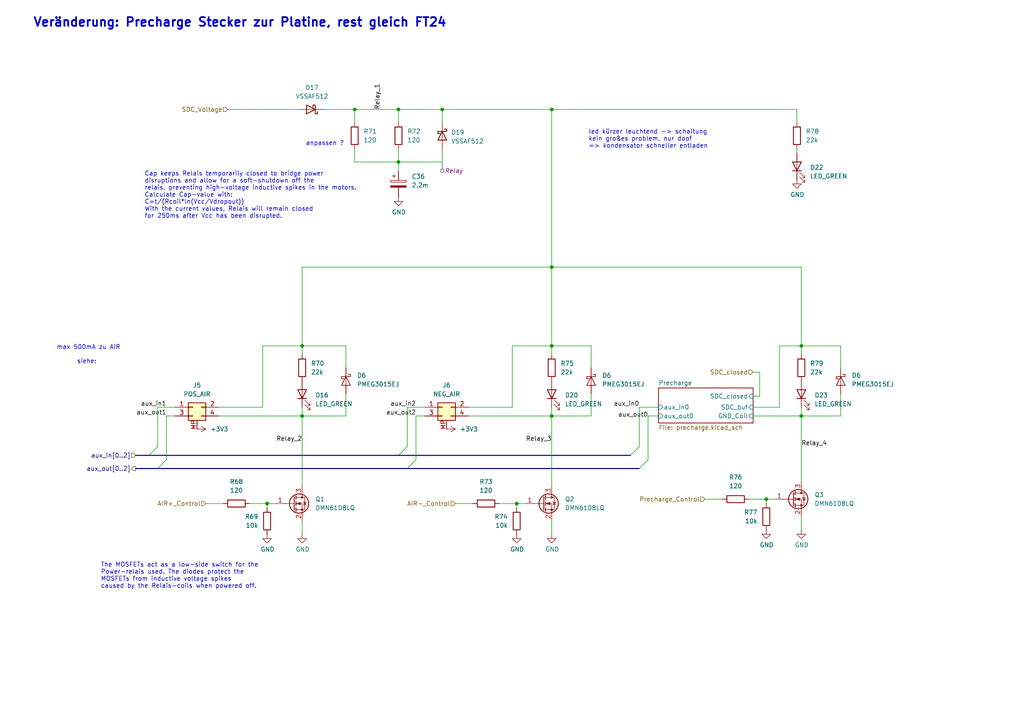
<source format=kicad_sch>
(kicad_sch
	(version 20231120)
	(generator "eeschema")
	(generator_version "8.0")
	(uuid "32d82cdb-bdba-4790-95cd-2bf9f903ff18")
	(paper "A4")
	(lib_symbols
		(symbol "Device:C_Polarized"
			(pin_numbers hide)
			(pin_names
				(offset 0.254)
			)
			(exclude_from_sim no)
			(in_bom yes)
			(on_board yes)
			(property "Reference" "C"
				(at 0.635 2.54 0)
				(effects
					(font
						(size 1.27 1.27)
					)
					(justify left)
				)
			)
			(property "Value" "C_Polarized"
				(at 0.635 -2.54 0)
				(effects
					(font
						(size 1.27 1.27)
					)
					(justify left)
				)
			)
			(property "Footprint" ""
				(at 0.9652 -3.81 0)
				(effects
					(font
						(size 1.27 1.27)
					)
					(hide yes)
				)
			)
			(property "Datasheet" "~"
				(at 0 0 0)
				(effects
					(font
						(size 1.27 1.27)
					)
					(hide yes)
				)
			)
			(property "Description" "Polarized capacitor"
				(at 0 0 0)
				(effects
					(font
						(size 1.27 1.27)
					)
					(hide yes)
				)
			)
			(property "ki_keywords" "cap capacitor"
				(at 0 0 0)
				(effects
					(font
						(size 1.27 1.27)
					)
					(hide yes)
				)
			)
			(property "ki_fp_filters" "CP_*"
				(at 0 0 0)
				(effects
					(font
						(size 1.27 1.27)
					)
					(hide yes)
				)
			)
			(symbol "C_Polarized_0_1"
				(rectangle
					(start -2.286 0.508)
					(end 2.286 1.016)
					(stroke
						(width 0)
						(type default)
					)
					(fill
						(type none)
					)
				)
				(polyline
					(pts
						(xy -1.778 2.286) (xy -0.762 2.286)
					)
					(stroke
						(width 0)
						(type default)
					)
					(fill
						(type none)
					)
				)
				(polyline
					(pts
						(xy -1.27 2.794) (xy -1.27 1.778)
					)
					(stroke
						(width 0)
						(type default)
					)
					(fill
						(type none)
					)
				)
				(rectangle
					(start 2.286 -0.508)
					(end -2.286 -1.016)
					(stroke
						(width 0)
						(type default)
					)
					(fill
						(type outline)
					)
				)
			)
			(symbol "C_Polarized_1_1"
				(pin passive line
					(at 0 3.81 270)
					(length 2.794)
					(name "~"
						(effects
							(font
								(size 1.27 1.27)
							)
						)
					)
					(number "1"
						(effects
							(font
								(size 1.27 1.27)
							)
						)
					)
				)
				(pin passive line
					(at 0 -3.81 90)
					(length 2.794)
					(name "~"
						(effects
							(font
								(size 1.27 1.27)
							)
						)
					)
					(number "2"
						(effects
							(font
								(size 1.27 1.27)
							)
						)
					)
				)
			)
		)
		(symbol "Device:LED"
			(pin_numbers hide)
			(pin_names
				(offset 1.016) hide)
			(exclude_from_sim no)
			(in_bom yes)
			(on_board yes)
			(property "Reference" "D"
				(at 0 2.54 0)
				(effects
					(font
						(size 1.27 1.27)
					)
				)
			)
			(property "Value" "LED"
				(at 0 -2.54 0)
				(effects
					(font
						(size 1.27 1.27)
					)
				)
			)
			(property "Footprint" ""
				(at 0 0 0)
				(effects
					(font
						(size 1.27 1.27)
					)
					(hide yes)
				)
			)
			(property "Datasheet" "~"
				(at 0 0 0)
				(effects
					(font
						(size 1.27 1.27)
					)
					(hide yes)
				)
			)
			(property "Description" "Light emitting diode"
				(at 0 0 0)
				(effects
					(font
						(size 1.27 1.27)
					)
					(hide yes)
				)
			)
			(property "ki_keywords" "LED diode"
				(at 0 0 0)
				(effects
					(font
						(size 1.27 1.27)
					)
					(hide yes)
				)
			)
			(property "ki_fp_filters" "LED* LED_SMD:* LED_THT:*"
				(at 0 0 0)
				(effects
					(font
						(size 1.27 1.27)
					)
					(hide yes)
				)
			)
			(symbol "LED_0_1"
				(polyline
					(pts
						(xy -1.27 -1.27) (xy -1.27 1.27)
					)
					(stroke
						(width 0.254)
						(type default)
					)
					(fill
						(type none)
					)
				)
				(polyline
					(pts
						(xy -1.27 0) (xy 1.27 0)
					)
					(stroke
						(width 0)
						(type default)
					)
					(fill
						(type none)
					)
				)
				(polyline
					(pts
						(xy 1.27 -1.27) (xy 1.27 1.27) (xy -1.27 0) (xy 1.27 -1.27)
					)
					(stroke
						(width 0.254)
						(type default)
					)
					(fill
						(type none)
					)
				)
				(polyline
					(pts
						(xy -3.048 -0.762) (xy -4.572 -2.286) (xy -3.81 -2.286) (xy -4.572 -2.286) (xy -4.572 -1.524)
					)
					(stroke
						(width 0)
						(type default)
					)
					(fill
						(type none)
					)
				)
				(polyline
					(pts
						(xy -1.778 -0.762) (xy -3.302 -2.286) (xy -2.54 -2.286) (xy -3.302 -2.286) (xy -3.302 -1.524)
					)
					(stroke
						(width 0)
						(type default)
					)
					(fill
						(type none)
					)
				)
			)
			(symbol "LED_1_1"
				(pin passive line
					(at -3.81 0 0)
					(length 2.54)
					(name "K"
						(effects
							(font
								(size 1.27 1.27)
							)
						)
					)
					(number "1"
						(effects
							(font
								(size 1.27 1.27)
							)
						)
					)
				)
				(pin passive line
					(at 3.81 0 180)
					(length 2.54)
					(name "A"
						(effects
							(font
								(size 1.27 1.27)
							)
						)
					)
					(number "2"
						(effects
							(font
								(size 1.27 1.27)
							)
						)
					)
				)
			)
		)
		(symbol "Device:R"
			(pin_numbers hide)
			(pin_names
				(offset 0)
			)
			(exclude_from_sim no)
			(in_bom yes)
			(on_board yes)
			(property "Reference" "R"
				(at 2.032 0 90)
				(effects
					(font
						(size 1.27 1.27)
					)
				)
			)
			(property "Value" "R"
				(at 0 0 90)
				(effects
					(font
						(size 1.27 1.27)
					)
				)
			)
			(property "Footprint" ""
				(at -1.778 0 90)
				(effects
					(font
						(size 1.27 1.27)
					)
					(hide yes)
				)
			)
			(property "Datasheet" "~"
				(at 0 0 0)
				(effects
					(font
						(size 1.27 1.27)
					)
					(hide yes)
				)
			)
			(property "Description" "Resistor"
				(at 0 0 0)
				(effects
					(font
						(size 1.27 1.27)
					)
					(hide yes)
				)
			)
			(property "ki_keywords" "R res resistor"
				(at 0 0 0)
				(effects
					(font
						(size 1.27 1.27)
					)
					(hide yes)
				)
			)
			(property "ki_fp_filters" "R_*"
				(at 0 0 0)
				(effects
					(font
						(size 1.27 1.27)
					)
					(hide yes)
				)
			)
			(symbol "R_0_1"
				(rectangle
					(start -1.016 -2.54)
					(end 1.016 2.54)
					(stroke
						(width 0.254)
						(type default)
					)
					(fill
						(type none)
					)
				)
			)
			(symbol "R_1_1"
				(pin passive line
					(at 0 3.81 270)
					(length 1.27)
					(name "~"
						(effects
							(font
								(size 1.27 1.27)
							)
						)
					)
					(number "1"
						(effects
							(font
								(size 1.27 1.27)
							)
						)
					)
				)
				(pin passive line
					(at 0 -3.81 90)
					(length 1.27)
					(name "~"
						(effects
							(font
								(size 1.27 1.27)
							)
						)
					)
					(number "2"
						(effects
							(font
								(size 1.27 1.27)
							)
						)
					)
				)
			)
		)
		(symbol "Diode:PMEG3015EJ"
			(pin_numbers hide)
			(pin_names hide)
			(exclude_from_sim no)
			(in_bom yes)
			(on_board yes)
			(property "Reference" "D"
				(at 0 2.54 0)
				(effects
					(font
						(size 1.27 1.27)
					)
				)
			)
			(property "Value" "PMEG3015EJ"
				(at 0 -2.54 0)
				(effects
					(font
						(size 1.27 1.27)
					)
				)
			)
			(property "Footprint" "Diode_SMD:D_SOD-323F"
				(at 0 -4.445 0)
				(effects
					(font
						(size 1.27 1.27)
					)
					(hide yes)
				)
			)
			(property "Datasheet" "https://assets.nexperia.com/documents/data-sheet/PMEG3015EH_EJ.pdf"
				(at 0 0 0)
				(effects
					(font
						(size 1.27 1.27)
					)
					(hide yes)
				)
			)
			(property "Description" "30V, 1.5A ultra low Vf MEGA Schottky barrier rectifier, SOD-323F"
				(at 0 0 0)
				(effects
					(font
						(size 1.27 1.27)
					)
					(hide yes)
				)
			)
			(property "ki_keywords" "forward voltage diode"
				(at 0 0 0)
				(effects
					(font
						(size 1.27 1.27)
					)
					(hide yes)
				)
			)
			(property "ki_fp_filters" "D*SOD?323F*"
				(at 0 0 0)
				(effects
					(font
						(size 1.27 1.27)
					)
					(hide yes)
				)
			)
			(symbol "PMEG3015EJ_0_1"
				(polyline
					(pts
						(xy 1.27 0) (xy -1.27 0)
					)
					(stroke
						(width 0)
						(type default)
					)
					(fill
						(type none)
					)
				)
				(polyline
					(pts
						(xy 1.27 1.27) (xy 1.27 -1.27) (xy -1.27 0) (xy 1.27 1.27)
					)
					(stroke
						(width 0.2032)
						(type default)
					)
					(fill
						(type none)
					)
				)
				(polyline
					(pts
						(xy -1.905 0.635) (xy -1.905 1.27) (xy -1.27 1.27) (xy -1.27 -1.27) (xy -0.635 -1.27) (xy -0.635 -0.635)
					)
					(stroke
						(width 0.2032)
						(type default)
					)
					(fill
						(type none)
					)
				)
			)
			(symbol "PMEG3015EJ_1_1"
				(pin passive line
					(at -3.81 0 0)
					(length 2.54)
					(name "K"
						(effects
							(font
								(size 1.27 1.27)
							)
						)
					)
					(number "1"
						(effects
							(font
								(size 1.27 1.27)
							)
						)
					)
				)
				(pin passive line
					(at 3.81 0 180)
					(length 2.54)
					(name "A"
						(effects
							(font
								(size 1.27 1.27)
							)
						)
					)
					(number "2"
						(effects
							(font
								(size 1.27 1.27)
							)
						)
					)
				)
			)
		)
		(symbol "Master:MMNL_2x2p_vertical"
			(pin_names
				(offset 1.016) hide)
			(exclude_from_sim no)
			(in_bom yes)
			(on_board yes)
			(property "Reference" "J"
				(at 1.27 2.54 0)
				(effects
					(font
						(size 1.27 1.27)
					)
				)
			)
			(property "Value" "MMNL_2x2p_vertical"
				(at 1.27 -5.08 0)
				(effects
					(font
						(size 1.27 1.27)
					)
				)
			)
			(property "Footprint" "FaSTTUBe_connectors:Micro_Mate-N-Lok_2x2p_vertical"
				(at 2.54 -7.112 0)
				(effects
					(font
						(size 1.27 1.27)
					)
					(hide yes)
				)
			)
			(property "Datasheet" "~"
				(at 0 0 0)
				(effects
					(font
						(size 1.27 1.27)
					)
					(hide yes)
				)
			)
			(property "Description" "Generic connector, double row, 02x02, odd/even pin numbering scheme (row 1 odd numbers, row 2 even numbers), script generated (kicad-library-utils/schlib/autogen/connector/)"
				(at 2.032 -9.398 0)
				(effects
					(font
						(size 1.27 1.27)
					)
					(hide yes)
				)
			)
			(property "ki_keywords" "connector"
				(at 0 0 0)
				(effects
					(font
						(size 1.27 1.27)
					)
					(hide yes)
				)
			)
			(property "ki_fp_filters" "Connector*:*_2x??_*"
				(at 0 0 0)
				(effects
					(font
						(size 1.27 1.27)
					)
					(hide yes)
				)
			)
			(symbol "MMNL_2x2p_vertical_1_1"
				(rectangle
					(start -1.27 -2.413)
					(end 0 -2.667)
					(stroke
						(width 0.1524)
						(type default)
					)
					(fill
						(type none)
					)
				)
				(rectangle
					(start -1.27 0.127)
					(end 0 -0.127)
					(stroke
						(width 0.1524)
						(type default)
					)
					(fill
						(type none)
					)
				)
				(rectangle
					(start -1.27 1.27)
					(end 3.81 -3.81)
					(stroke
						(width 0.254)
						(type default)
					)
					(fill
						(type background)
					)
				)
				(rectangle
					(start 3.81 -2.413)
					(end 2.54 -2.667)
					(stroke
						(width 0.1524)
						(type default)
					)
					(fill
						(type none)
					)
				)
				(rectangle
					(start 3.81 0.127)
					(end 2.54 -0.127)
					(stroke
						(width 0.1524)
						(type default)
					)
					(fill
						(type none)
					)
				)
				(pin passive line
					(at -5.08 0 0)
					(length 3.81)
					(name "Pin_1"
						(effects
							(font
								(size 1.27 1.27)
							)
						)
					)
					(number "1"
						(effects
							(font
								(size 1.27 1.27)
							)
						)
					)
				)
				(pin passive line
					(at 7.62 0 180)
					(length 3.81)
					(name "Pin_2"
						(effects
							(font
								(size 1.27 1.27)
							)
						)
					)
					(number "2"
						(effects
							(font
								(size 1.27 1.27)
							)
						)
					)
				)
				(pin passive line
					(at -5.08 -2.54 0)
					(length 3.81)
					(name "Pin_3"
						(effects
							(font
								(size 1.27 1.27)
							)
						)
					)
					(number "3"
						(effects
							(font
								(size 1.27 1.27)
							)
						)
					)
				)
				(pin passive line
					(at 7.62 -2.54 180)
					(length 3.81)
					(name "Pin_4"
						(effects
							(font
								(size 1.27 1.27)
							)
						)
					)
					(number "4"
						(effects
							(font
								(size 1.27 1.27)
							)
						)
					)
				)
				(pin passive line
					(at 1.27 -6.35 90)
					(length 2.54)
					(name ""
						(effects
							(font
								(size 1.27 1.27)
							)
						)
					)
					(number "MP"
						(effects
							(font
								(size 1.27 1.27)
							)
						)
					)
				)
			)
		)
		(symbol "Master:VSSAF512"
			(pin_numbers hide)
			(pin_names
				(offset 1.016) hide)
			(exclude_from_sim no)
			(in_bom yes)
			(on_board yes)
			(property "Reference" "D"
				(at 0 2.54 0)
				(effects
					(font
						(size 1.27 1.27)
					)
				)
			)
			(property "Value" "VSSAF512"
				(at 0 -2.54 0)
				(effects
					(font
						(size 1.27 1.27)
					)
				)
			)
			(property "Footprint" "Diode_SMD:D_SMA"
				(at 0 0 0)
				(effects
					(font
						(size 1.27 1.27)
					)
					(hide yes)
				)
			)
			(property "Datasheet" "~"
				(at 0 0 0)
				(effects
					(font
						(size 1.27 1.27)
					)
					(hide yes)
				)
			)
			(property "Description" "Schottky diode 100V, 5A"
				(at 0 0 0)
				(effects
					(font
						(size 1.27 1.27)
					)
					(hide yes)
				)
			)
			(property "ki_keywords" "diode Schottky"
				(at 0 0 0)
				(effects
					(font
						(size 1.27 1.27)
					)
					(hide yes)
				)
			)
			(property "ki_fp_filters" "TO-???* *_Diode_* *SingleDiode* D_*"
				(at 0 0 0)
				(effects
					(font
						(size 1.27 1.27)
					)
					(hide yes)
				)
			)
			(symbol "VSSAF512_0_1"
				(polyline
					(pts
						(xy 1.27 0) (xy -1.27 0)
					)
					(stroke
						(width 0)
						(type default)
					)
					(fill
						(type none)
					)
				)
				(polyline
					(pts
						(xy 1.27 1.27) (xy 1.27 -1.27) (xy -1.27 0) (xy 1.27 1.27)
					)
					(stroke
						(width 0.254)
						(type default)
					)
					(fill
						(type none)
					)
				)
				(polyline
					(pts
						(xy -1.905 0.635) (xy -1.905 1.27) (xy -1.27 1.27) (xy -1.27 -1.27) (xy -0.635 -1.27) (xy -0.635 -0.635)
					)
					(stroke
						(width 0.254)
						(type default)
					)
					(fill
						(type none)
					)
				)
			)
			(symbol "VSSAF512_1_1"
				(pin passive line
					(at -3.81 0 0)
					(length 2.54)
					(name "K"
						(effects
							(font
								(size 1.27 1.27)
							)
						)
					)
					(number "1"
						(effects
							(font
								(size 1.27 1.27)
							)
						)
					)
				)
				(pin passive line
					(at 3.81 0 180)
					(length 2.54)
					(name "A"
						(effects
							(font
								(size 1.27 1.27)
							)
						)
					)
					(number "2"
						(effects
							(font
								(size 1.27 1.27)
							)
						)
					)
				)
			)
		)
		(symbol "Transistor_FET:DMN61D8LQ"
			(pin_names hide)
			(exclude_from_sim no)
			(in_bom yes)
			(on_board yes)
			(property "Reference" "Q"
				(at 5.08 1.905 0)
				(effects
					(font
						(size 1.27 1.27)
					)
					(justify left)
				)
			)
			(property "Value" "DMN61D8LQ"
				(at 5.08 0 0)
				(effects
					(font
						(size 1.27 1.27)
					)
					(justify left)
				)
			)
			(property "Footprint" "Package_TO_SOT_SMD:SOT-23"
				(at 5.08 -1.905 0)
				(effects
					(font
						(size 1.27 1.27)
						(italic yes)
					)
					(justify left)
					(hide yes)
				)
			)
			(property "Datasheet" "https://www.diodes.com/assets/Datasheets/DMN61D8LQ.pdf"
				(at 5.08 -3.81 0)
				(effects
					(font
						(size 1.27 1.27)
					)
					(justify left)
					(hide yes)
				)
			)
			(property "Description" "60V Vds, 0.470A Id, N-Channel MOSFET for switching inductive loads , SOT-23"
				(at 0 0 0)
				(effects
					(font
						(size 1.27 1.27)
					)
					(hide yes)
				)
			)
			(property "ki_keywords" "N-Channel MOSFET relay logic-level"
				(at 0 0 0)
				(effects
					(font
						(size 1.27 1.27)
					)
					(hide yes)
				)
			)
			(property "ki_fp_filters" "SOT?23*"
				(at 0 0 0)
				(effects
					(font
						(size 1.27 1.27)
					)
					(hide yes)
				)
			)
			(symbol "DMN61D8LQ_0_1"
				(polyline
					(pts
						(xy 0.254 0) (xy -2.54 0)
					)
					(stroke
						(width 0)
						(type default)
					)
					(fill
						(type none)
					)
				)
				(polyline
					(pts
						(xy 0.254 1.905) (xy 0.254 -1.905)
					)
					(stroke
						(width 0.254)
						(type default)
					)
					(fill
						(type none)
					)
				)
				(polyline
					(pts
						(xy 0.762 -1.27) (xy 0.762 -2.286)
					)
					(stroke
						(width 0.254)
						(type default)
					)
					(fill
						(type none)
					)
				)
				(polyline
					(pts
						(xy 0.762 0.508) (xy 0.762 -0.508)
					)
					(stroke
						(width 0.254)
						(type default)
					)
					(fill
						(type none)
					)
				)
				(polyline
					(pts
						(xy 0.762 2.286) (xy 0.762 1.27)
					)
					(stroke
						(width 0.254)
						(type default)
					)
					(fill
						(type none)
					)
				)
				(polyline
					(pts
						(xy 2.54 2.54) (xy 2.54 1.778)
					)
					(stroke
						(width 0)
						(type default)
					)
					(fill
						(type none)
					)
				)
				(polyline
					(pts
						(xy 2.54 -2.54) (xy 2.54 0) (xy 0.762 0)
					)
					(stroke
						(width 0)
						(type default)
					)
					(fill
						(type none)
					)
				)
				(polyline
					(pts
						(xy 0.762 -1.778) (xy 3.302 -1.778) (xy 3.302 1.778) (xy 0.762 1.778)
					)
					(stroke
						(width 0)
						(type default)
					)
					(fill
						(type none)
					)
				)
				(polyline
					(pts
						(xy 1.016 0) (xy 2.032 0.381) (xy 2.032 -0.381) (xy 1.016 0)
					)
					(stroke
						(width 0)
						(type default)
					)
					(fill
						(type outline)
					)
				)
				(polyline
					(pts
						(xy 2.794 0.508) (xy 2.921 0.381) (xy 3.683 0.381) (xy 3.81 0.254)
					)
					(stroke
						(width 0)
						(type default)
					)
					(fill
						(type none)
					)
				)
				(polyline
					(pts
						(xy 3.302 0.381) (xy 2.921 -0.254) (xy 3.683 -0.254) (xy 3.302 0.381)
					)
					(stroke
						(width 0)
						(type default)
					)
					(fill
						(type none)
					)
				)
				(circle
					(center 1.651 0)
					(radius 2.794)
					(stroke
						(width 0.254)
						(type default)
					)
					(fill
						(type none)
					)
				)
				(circle
					(center 2.54 -1.778)
					(radius 0.254)
					(stroke
						(width 0)
						(type default)
					)
					(fill
						(type outline)
					)
				)
				(circle
					(center 2.54 1.778)
					(radius 0.254)
					(stroke
						(width 0)
						(type default)
					)
					(fill
						(type outline)
					)
				)
			)
			(symbol "DMN61D8LQ_1_1"
				(pin input line
					(at -5.08 0 0)
					(length 2.54)
					(name "G"
						(effects
							(font
								(size 1.27 1.27)
							)
						)
					)
					(number "1"
						(effects
							(font
								(size 1.27 1.27)
							)
						)
					)
				)
				(pin passive line
					(at 2.54 -5.08 90)
					(length 2.54)
					(name "S"
						(effects
							(font
								(size 1.27 1.27)
							)
						)
					)
					(number "2"
						(effects
							(font
								(size 1.27 1.27)
							)
						)
					)
				)
				(pin passive line
					(at 2.54 5.08 270)
					(length 2.54)
					(name "D"
						(effects
							(font
								(size 1.27 1.27)
							)
						)
					)
					(number "3"
						(effects
							(font
								(size 1.27 1.27)
							)
						)
					)
				)
			)
		)
		(symbol "power:+3V3"
			(power)
			(pin_numbers hide)
			(pin_names
				(offset 0) hide)
			(exclude_from_sim no)
			(in_bom yes)
			(on_board yes)
			(property "Reference" "#PWR"
				(at 0 -3.81 0)
				(effects
					(font
						(size 1.27 1.27)
					)
					(hide yes)
				)
			)
			(property "Value" "+3V3"
				(at 0 3.556 0)
				(effects
					(font
						(size 1.27 1.27)
					)
				)
			)
			(property "Footprint" ""
				(at 0 0 0)
				(effects
					(font
						(size 1.27 1.27)
					)
					(hide yes)
				)
			)
			(property "Datasheet" ""
				(at 0 0 0)
				(effects
					(font
						(size 1.27 1.27)
					)
					(hide yes)
				)
			)
			(property "Description" "Power symbol creates a global label with name \"+3V3\""
				(at 0 0 0)
				(effects
					(font
						(size 1.27 1.27)
					)
					(hide yes)
				)
			)
			(property "ki_keywords" "global power"
				(at 0 0 0)
				(effects
					(font
						(size 1.27 1.27)
					)
					(hide yes)
				)
			)
			(symbol "+3V3_0_1"
				(polyline
					(pts
						(xy -0.762 1.27) (xy 0 2.54)
					)
					(stroke
						(width 0)
						(type default)
					)
					(fill
						(type none)
					)
				)
				(polyline
					(pts
						(xy 0 0) (xy 0 2.54)
					)
					(stroke
						(width 0)
						(type default)
					)
					(fill
						(type none)
					)
				)
				(polyline
					(pts
						(xy 0 2.54) (xy 0.762 1.27)
					)
					(stroke
						(width 0)
						(type default)
					)
					(fill
						(type none)
					)
				)
			)
			(symbol "+3V3_1_1"
				(pin power_in line
					(at 0 0 90)
					(length 0)
					(name "~"
						(effects
							(font
								(size 1.27 1.27)
							)
						)
					)
					(number "1"
						(effects
							(font
								(size 1.27 1.27)
							)
						)
					)
				)
			)
		)
		(symbol "power:GND"
			(power)
			(pin_numbers hide)
			(pin_names
				(offset 0) hide)
			(exclude_from_sim no)
			(in_bom yes)
			(on_board yes)
			(property "Reference" "#PWR"
				(at 0 -6.35 0)
				(effects
					(font
						(size 1.27 1.27)
					)
					(hide yes)
				)
			)
			(property "Value" "GND"
				(at 0 -3.81 0)
				(effects
					(font
						(size 1.27 1.27)
					)
				)
			)
			(property "Footprint" ""
				(at 0 0 0)
				(effects
					(font
						(size 1.27 1.27)
					)
					(hide yes)
				)
			)
			(property "Datasheet" ""
				(at 0 0 0)
				(effects
					(font
						(size 1.27 1.27)
					)
					(hide yes)
				)
			)
			(property "Description" "Power symbol creates a global label with name \"GND\" , ground"
				(at 0 0 0)
				(effects
					(font
						(size 1.27 1.27)
					)
					(hide yes)
				)
			)
			(property "ki_keywords" "global power"
				(at 0 0 0)
				(effects
					(font
						(size 1.27 1.27)
					)
					(hide yes)
				)
			)
			(symbol "GND_0_1"
				(polyline
					(pts
						(xy 0 0) (xy 0 -1.27) (xy 1.27 -1.27) (xy 0 -2.54) (xy -1.27 -1.27) (xy 0 -1.27)
					)
					(stroke
						(width 0)
						(type default)
					)
					(fill
						(type none)
					)
				)
			)
			(symbol "GND_1_1"
				(pin power_in line
					(at 0 0 270)
					(length 0)
					(name "~"
						(effects
							(font
								(size 1.27 1.27)
							)
						)
					)
					(number "1"
						(effects
							(font
								(size 1.27 1.27)
							)
						)
					)
				)
			)
		)
	)
	(junction
		(at 160.02 31.75)
		(diameter 0)
		(color 0 0 0 0)
		(uuid "2396d75c-7af6-4383-a29e-72c6664addc7")
	)
	(junction
		(at 160.02 77.47)
		(diameter 0)
		(color 0 0 0 0)
		(uuid "2b9937fd-8ffc-4d6b-a39a-112109ba0ffe")
	)
	(junction
		(at 160.02 120.65)
		(diameter 0)
		(color 0 0 0 0)
		(uuid "36b27a92-463b-450f-8047-9961d0553a2f")
	)
	(junction
		(at 115.57 31.75)
		(diameter 0)
		(color 0 0 0 0)
		(uuid "497e0588-d556-49c9-8d31-0a5b62dcd00a")
	)
	(junction
		(at 232.41 120.65)
		(diameter 0)
		(color 0 0 0 0)
		(uuid "5293fe65-c5c2-4464-b5ae-2e59f5d2c6b2")
	)
	(junction
		(at 102.87 31.75)
		(diameter 0)
		(color 0 0 0 0)
		(uuid "73c3f259-1ea2-4d09-8a26-918abdd90e0d")
	)
	(junction
		(at 128.27 31.75)
		(diameter 0)
		(color 0 0 0 0)
		(uuid "7b7ed203-cb23-404b-84a3-2a1d96221b34")
	)
	(junction
		(at 222.25 144.78)
		(diameter 0)
		(color 0 0 0 0)
		(uuid "7be64c02-8281-4423-8af6-7cbf7efc375a")
	)
	(junction
		(at 115.57 46.99)
		(diameter 0)
		(color 0 0 0 0)
		(uuid "80a87765-60f4-464b-aa67-36e1dc355fbe")
	)
	(junction
		(at 232.41 100.33)
		(diameter 0)
		(color 0 0 0 0)
		(uuid "a4a2eb64-0da9-4514-bc01-40bbaf333582")
	)
	(junction
		(at 149.86 146.05)
		(diameter 0)
		(color 0 0 0 0)
		(uuid "a72e527d-159a-45d5-b793-a05e93569363")
	)
	(junction
		(at 87.63 120.65)
		(diameter 0)
		(color 0 0 0 0)
		(uuid "c4fcb4c7-4c96-4909-828b-524835765a91")
	)
	(junction
		(at 160.02 100.33)
		(diameter 0)
		(color 0 0 0 0)
		(uuid "d18d76fc-4e87-43d9-a731-190bd30fe8aa")
	)
	(junction
		(at 77.47 146.05)
		(diameter 0)
		(color 0 0 0 0)
		(uuid "d4e70c42-6907-4b45-9c34-ac9a976d72ae")
	)
	(junction
		(at 87.63 100.33)
		(diameter 0)
		(color 0 0 0 0)
		(uuid "da2a759e-2e69-4366-bbc7-dad66bae597c")
	)
	(bus_entry
		(at 118.11 135.89)
		(size 2.54 -2.54)
		(stroke
			(width 0)
			(type default)
		)
		(uuid "09d87619-0dfa-4630-9f81-1be20c5c2ee2")
	)
	(bus_entry
		(at 115.57 132.08)
		(size 2.54 -2.54)
		(stroke
			(width 0)
			(type default)
		)
		(uuid "09d87619-0dfa-4630-9f81-1be20c5c2ee3")
	)
	(bus_entry
		(at 182.88 132.08)
		(size 2.54 -2.54)
		(stroke
			(width 0)
			(type default)
		)
		(uuid "09d87619-0dfa-4630-9f81-1be20c5c2ee4")
	)
	(bus_entry
		(at 185.42 135.89)
		(size 2.54 -2.54)
		(stroke
			(width 0)
			(type default)
		)
		(uuid "09d87619-0dfa-4630-9f81-1be20c5c2ee6")
	)
	(bus_entry
		(at 45.72 135.89)
		(size 2.54 -2.54)
		(stroke
			(width 0)
			(type default)
		)
		(uuid "26b8e366-1305-4942-9a46-e6c1399b28d0")
	)
	(bus_entry
		(at 43.18 132.08)
		(size 2.54 -2.54)
		(stroke
			(width 0)
			(type default)
		)
		(uuid "75628773-df92-4878-894d-4c0a72707ef0")
	)
	(wire
		(pts
			(xy 160.02 118.11) (xy 160.02 120.65)
		)
		(stroke
			(width 0)
			(type default)
		)
		(uuid "03217cc5-7c17-408d-b0b3-f5b0d913206b")
	)
	(wire
		(pts
			(xy 232.41 149.86) (xy 232.41 153.67)
		)
		(stroke
			(width 0)
			(type default)
		)
		(uuid "03b97eb4-456f-42b1-bb29-931644be215a")
	)
	(wire
		(pts
			(xy 118.11 118.11) (xy 123.19 118.11)
		)
		(stroke
			(width 0)
			(type default)
		)
		(uuid "09abe531-cb73-4ba0-9daa-25c1e61d07c7")
	)
	(wire
		(pts
			(xy 72.39 146.05) (xy 77.47 146.05)
		)
		(stroke
			(width 0)
			(type default)
		)
		(uuid "0b23b76e-95eb-4a29-b6a5-227a5ccf5b83")
	)
	(wire
		(pts
			(xy 148.59 118.11) (xy 148.59 100.33)
		)
		(stroke
			(width 0)
			(type default)
		)
		(uuid "0c7509d0-eecb-448c-8f74-1f81099a4d2d")
	)
	(wire
		(pts
			(xy 87.63 120.65) (xy 87.63 118.11)
		)
		(stroke
			(width 0)
			(type default)
		)
		(uuid "127f7441-259e-4d1a-a60b-f371bf853557")
	)
	(wire
		(pts
			(xy 118.11 129.54) (xy 118.11 118.11)
		)
		(stroke
			(width 0)
			(type default)
		)
		(uuid "12b4ae8f-5b0a-47d6-b975-a21da12ba7bb")
	)
	(wire
		(pts
			(xy 87.63 154.94) (xy 87.63 151.13)
		)
		(stroke
			(width 0)
			(type default)
		)
		(uuid "12c8ab01-416b-4005-ac9c-23c8586c2228")
	)
	(wire
		(pts
			(xy 204.47 144.78) (xy 209.55 144.78)
		)
		(stroke
			(width 0)
			(type default)
		)
		(uuid "149bd9e6-c7e4-47ce-b5a7-93cfcfa90c65")
	)
	(wire
		(pts
			(xy 222.25 144.78) (xy 224.79 144.78)
		)
		(stroke
			(width 0)
			(type default)
		)
		(uuid "1a09c4a0-bb28-434c-b329-7453da7f2877")
	)
	(wire
		(pts
			(xy 59.69 146.05) (xy 64.77 146.05)
		)
		(stroke
			(width 0)
			(type default)
		)
		(uuid "1f020d0c-02a5-4255-bd6f-353ae58c5660")
	)
	(wire
		(pts
			(xy 128.27 31.75) (xy 160.02 31.75)
		)
		(stroke
			(width 0)
			(type default)
		)
		(uuid "1ff1969d-f5c0-4afb-88ae-83dbdb437154")
	)
	(wire
		(pts
			(xy 232.41 77.47) (xy 232.41 100.33)
		)
		(stroke
			(width 0)
			(type default)
		)
		(uuid "20005d0c-0701-4c17-a231-dfabe6ed1357")
	)
	(wire
		(pts
			(xy 148.59 100.33) (xy 160.02 100.33)
		)
		(stroke
			(width 0)
			(type default)
		)
		(uuid "20133619-e2d1-416f-8ed4-7b3a82c2903f")
	)
	(wire
		(pts
			(xy 171.45 114.3) (xy 171.45 120.65)
		)
		(stroke
			(width 0)
			(type default)
		)
		(uuid "265446cc-6421-4e32-b08a-304ca7bc73eb")
	)
	(wire
		(pts
			(xy 135.89 118.11) (xy 148.59 118.11)
		)
		(stroke
			(width 0)
			(type default)
		)
		(uuid "27bd3756-9b33-48e6-b77f-783edd0d3fd6")
	)
	(wire
		(pts
			(xy 120.65 120.65) (xy 123.19 120.65)
		)
		(stroke
			(width 0)
			(type default)
		)
		(uuid "28e635a0-54ce-4645-9f86-63d325423d97")
	)
	(wire
		(pts
			(xy 87.63 77.47) (xy 160.02 77.47)
		)
		(stroke
			(width 0)
			(type default)
		)
		(uuid "2a43b925-a2eb-4c5e-87d8-14e41d90fedc")
	)
	(wire
		(pts
			(xy 160.02 120.65) (xy 160.02 140.97)
		)
		(stroke
			(width 0)
			(type default)
		)
		(uuid "2b761a4a-a828-40b6-a826-27b0eb14e299")
	)
	(wire
		(pts
			(xy 115.57 46.99) (xy 115.57 49.53)
		)
		(stroke
			(width 0)
			(type default)
		)
		(uuid "2d3f4f07-e8b4-4920-9802-b530448eef80")
	)
	(wire
		(pts
			(xy 160.02 100.33) (xy 171.45 100.33)
		)
		(stroke
			(width 0)
			(type default)
		)
		(uuid "2eb7aa78-dcc6-4f22-ab9b-3683f845bb6d")
	)
	(wire
		(pts
			(xy 218.44 120.65) (xy 232.41 120.65)
		)
		(stroke
			(width 0)
			(type default)
		)
		(uuid "30cc176f-87f8-445b-9aae-8d9069d0f64b")
	)
	(wire
		(pts
			(xy 120.65 120.65) (xy 120.65 133.35)
		)
		(stroke
			(width 0)
			(type default)
		)
		(uuid "32347072-f03f-44e8-a510-4337a4953e0a")
	)
	(wire
		(pts
			(xy 87.63 77.47) (xy 87.63 100.33)
		)
		(stroke
			(width 0)
			(type default)
		)
		(uuid "33c95270-64ff-470a-acc7-723b6890da08")
	)
	(bus
		(pts
			(xy 39.37 135.89) (xy 45.72 135.89)
		)
		(stroke
			(width 0)
			(type default)
		)
		(uuid "35919ee0-1776-4e33-85c8-8a7ad0d46e3d")
	)
	(wire
		(pts
			(xy 102.87 31.75) (xy 115.57 31.75)
		)
		(stroke
			(width 0)
			(type default)
		)
		(uuid "390644aa-d62a-4c30-a5f3-997f4b17a98b")
	)
	(wire
		(pts
			(xy 63.5 120.65) (xy 87.63 120.65)
		)
		(stroke
			(width 0)
			(type default)
		)
		(uuid "3ad0e912-e8a2-4751-8d67-7663c9dcf394")
	)
	(wire
		(pts
			(xy 48.26 120.65) (xy 50.8 120.65)
		)
		(stroke
			(width 0)
			(type default)
		)
		(uuid "4018a125-c3f2-4efe-b96e-2e7dd8f98881")
	)
	(wire
		(pts
			(xy 160.02 100.33) (xy 160.02 102.87)
		)
		(stroke
			(width 0)
			(type default)
		)
		(uuid "4741fc9b-81ff-41ca-ac47-e2bce3a58957")
	)
	(wire
		(pts
			(xy 231.14 44.45) (xy 231.14 43.18)
		)
		(stroke
			(width 0)
			(type default)
		)
		(uuid "4acd02b2-ec73-42c6-9613-b28b43efdc98")
	)
	(wire
		(pts
			(xy 171.45 120.65) (xy 160.02 120.65)
		)
		(stroke
			(width 0)
			(type default)
		)
		(uuid "4b453b17-c215-4323-9a8f-50ba50e27635")
	)
	(wire
		(pts
			(xy 144.78 146.05) (xy 149.86 146.05)
		)
		(stroke
			(width 0)
			(type default)
		)
		(uuid "4c615de4-ee59-4bec-8c9a-d2882c078951")
	)
	(wire
		(pts
			(xy 149.86 146.05) (xy 152.4 146.05)
		)
		(stroke
			(width 0)
			(type default)
		)
		(uuid "50f4a179-b84f-4e58-a6c9-0c56e5051fa0")
	)
	(wire
		(pts
			(xy 77.47 146.05) (xy 80.01 146.05)
		)
		(stroke
			(width 0)
			(type default)
		)
		(uuid "5157c484-60ae-4065-a4c2-799bc4e17155")
	)
	(wire
		(pts
			(xy 115.57 43.18) (xy 115.57 46.99)
		)
		(stroke
			(width 0)
			(type default)
		)
		(uuid "51ad4d4f-905e-4a4f-b476-d094aa46835a")
	)
	(wire
		(pts
			(xy 185.42 118.11) (xy 185.42 129.54)
		)
		(stroke
			(width 0)
			(type default)
		)
		(uuid "5b7917a5-bc4a-408d-90b6-1fd4a11dc9b4")
	)
	(wire
		(pts
			(xy 102.87 46.99) (xy 115.57 46.99)
		)
		(stroke
			(width 0)
			(type default)
		)
		(uuid "5de5f109-c456-4ed8-b666-90431bdc4a56")
	)
	(wire
		(pts
			(xy 232.41 120.65) (xy 243.84 120.65)
		)
		(stroke
			(width 0)
			(type default)
		)
		(uuid "6053659e-421f-45db-83fa-4896f657ae43")
	)
	(wire
		(pts
			(xy 232.41 120.65) (xy 232.41 139.7)
		)
		(stroke
			(width 0)
			(type default)
		)
		(uuid "6419fa39-4ae2-485a-a5de-abbc411116c9")
	)
	(wire
		(pts
			(xy 66.04 31.75) (xy 86.36 31.75)
		)
		(stroke
			(width 0)
			(type default)
		)
		(uuid "67dd958e-702f-428d-b892-93a1b8da92e1")
	)
	(wire
		(pts
			(xy 128.27 46.99) (xy 128.27 43.18)
		)
		(stroke
			(width 0)
			(type default)
		)
		(uuid "70df3315-57ac-4b2e-b4f1-980f7ad1964d")
	)
	(wire
		(pts
			(xy 220.345 107.95) (xy 220.345 114.935)
		)
		(stroke
			(width 0)
			(type default)
		)
		(uuid "716d4bc0-e55e-4600-9a3b-3334e3c86a5c")
	)
	(wire
		(pts
			(xy 76.2 100.33) (xy 87.63 100.33)
		)
		(stroke
			(width 0)
			(type default)
		)
		(uuid "7521d602-7712-4bec-9303-1e9a373e171c")
	)
	(wire
		(pts
			(xy 160.02 31.75) (xy 160.02 77.47)
		)
		(stroke
			(width 0)
			(type default)
		)
		(uuid "7ada87bd-2902-43d7-bba9-ab35ea835049")
	)
	(wire
		(pts
			(xy 135.89 120.65) (xy 160.02 120.65)
		)
		(stroke
			(width 0)
			(type default)
		)
		(uuid "7d14abbd-3219-4db2-9392-d59abd53fa87")
	)
	(wire
		(pts
			(xy 220.345 114.935) (xy 218.44 114.935)
		)
		(stroke
			(width 0)
			(type default)
		)
		(uuid "7d3da37c-9a59-4834-ad72-3ce29421fbf3")
	)
	(wire
		(pts
			(xy 149.86 146.05) (xy 149.86 147.32)
		)
		(stroke
			(width 0)
			(type default)
		)
		(uuid "7d7ea5b6-730a-4489-88f9-0031acad737e")
	)
	(wire
		(pts
			(xy 45.72 118.11) (xy 50.8 118.11)
		)
		(stroke
			(width 0)
			(type default)
		)
		(uuid "7e947fb0-8c25-4dc3-b300-fe4d2909ca1a")
	)
	(wire
		(pts
			(xy 185.42 118.11) (xy 191.008 118.11)
		)
		(stroke
			(width 0)
			(type default)
		)
		(uuid "8227257b-4269-4a80-8291-82dab1b7d2f8")
	)
	(wire
		(pts
			(xy 100.33 100.33) (xy 100.33 106.68)
		)
		(stroke
			(width 0)
			(type default)
		)
		(uuid "828021f6-2ca3-471a-84ec-5c8dcdd07f12")
	)
	(bus
		(pts
			(xy 118.11 135.89) (xy 185.42 135.89)
		)
		(stroke
			(width 0)
			(type default)
		)
		(uuid "8938ccb5-1cc0-4bbf-aa61-e3a94bb12cbb")
	)
	(wire
		(pts
			(xy 77.47 147.32) (xy 77.47 146.05)
		)
		(stroke
			(width 0)
			(type default)
		)
		(uuid "8d8b5318-9165-49cd-8bfa-339c5b9adda5")
	)
	(wire
		(pts
			(xy 243.84 114.3) (xy 243.84 120.65)
		)
		(stroke
			(width 0)
			(type default)
		)
		(uuid "94e6829f-9e0b-46e5-a1d3-3881f00d37b9")
	)
	(wire
		(pts
			(xy 102.87 43.18) (xy 102.87 46.99)
		)
		(stroke
			(width 0)
			(type default)
		)
		(uuid "9776f19c-9e33-49ed-a742-5b7b1e87143f")
	)
	(wire
		(pts
			(xy 217.17 144.78) (xy 222.25 144.78)
		)
		(stroke
			(width 0)
			(type default)
		)
		(uuid "98804a7c-7e2c-473c-baa5-9b096e3f439f")
	)
	(wire
		(pts
			(xy 218.44 107.95) (xy 220.345 107.95)
		)
		(stroke
			(width 0)
			(type default)
		)
		(uuid "99725dee-5745-4299-96cd-fa008d790e71")
	)
	(bus
		(pts
			(xy 115.57 132.08) (xy 182.88 132.08)
		)
		(stroke
			(width 0)
			(type default)
		)
		(uuid "9a135994-6e6e-4fd4-b9ed-b2f1d847d6b6")
	)
	(wire
		(pts
			(xy 243.84 100.33) (xy 243.84 106.68)
		)
		(stroke
			(width 0)
			(type default)
		)
		(uuid "9a4e7f42-3f09-4a6c-a7bc-1b9f0b4d318f")
	)
	(wire
		(pts
			(xy 128.27 31.75) (xy 128.27 35.56)
		)
		(stroke
			(width 0)
			(type default)
		)
		(uuid "9ac81aa5-cf1b-4cbf-9fa5-f7b4bc5bb442")
	)
	(wire
		(pts
			(xy 45.72 129.54) (xy 45.72 118.11)
		)
		(stroke
			(width 0)
			(type default)
		)
		(uuid "9b840574-e6f4-4614-993f-15d2fdb2a997")
	)
	(wire
		(pts
			(xy 231.14 35.56) (xy 231.14 31.75)
		)
		(stroke
			(width 0)
			(type default)
		)
		(uuid "9da1fcfc-98fe-4119-8e74-782e50c6ecfe")
	)
	(wire
		(pts
			(xy 232.41 100.33) (xy 243.84 100.33)
		)
		(stroke
			(width 0)
			(type default)
		)
		(uuid "9f9022c9-23a1-465e-8ada-ab5669d2d9d7")
	)
	(wire
		(pts
			(xy 100.33 100.33) (xy 87.63 100.33)
		)
		(stroke
			(width 0)
			(type default)
		)
		(uuid "a4f745ed-92e9-4c41-a3b8-c48150e71d9a")
	)
	(wire
		(pts
			(xy 93.98 31.75) (xy 102.87 31.75)
		)
		(stroke
			(width 0)
			(type default)
		)
		(uuid "a7bebc70-3ab2-4cb6-90bb-bebfc9d5688f")
	)
	(wire
		(pts
			(xy 63.5 118.11) (xy 76.2 118.11)
		)
		(stroke
			(width 0)
			(type default)
		)
		(uuid "aafd044d-803e-4dd8-a223-de403cf44aad")
	)
	(wire
		(pts
			(xy 232.41 118.11) (xy 232.41 120.65)
		)
		(stroke
			(width 0)
			(type default)
		)
		(uuid "acc8a8dd-228e-45b4-8a95-50ce49676bb5")
	)
	(wire
		(pts
			(xy 171.45 100.33) (xy 171.45 106.68)
		)
		(stroke
			(width 0)
			(type default)
		)
		(uuid "aed2bf58-108a-4364-b236-9817514f1b08")
	)
	(wire
		(pts
			(xy 187.96 120.65) (xy 191.008 120.65)
		)
		(stroke
			(width 0)
			(type default)
		)
		(uuid "b437938f-e71e-4afb-ba4d-b57ac2967895")
	)
	(wire
		(pts
			(xy 132.08 146.05) (xy 137.16 146.05)
		)
		(stroke
			(width 0)
			(type default)
		)
		(uuid "bbba60d6-0edc-41fb-b4f2-43fb7444a73a")
	)
	(bus
		(pts
			(xy 45.72 135.89) (xy 118.11 135.89)
		)
		(stroke
			(width 0)
			(type default)
		)
		(uuid "bf0360ae-353f-4af1-8de5-1b2158d46331")
	)
	(wire
		(pts
			(xy 222.25 144.78) (xy 222.25 146.05)
		)
		(stroke
			(width 0)
			(type default)
		)
		(uuid "c3287064-2055-438b-bcbe-6aab6d79d9da")
	)
	(wire
		(pts
			(xy 115.57 31.75) (xy 128.27 31.75)
		)
		(stroke
			(width 0)
			(type default)
		)
		(uuid "ca979b15-0546-4c86-8c18-e60211f7c3a1")
	)
	(wire
		(pts
			(xy 87.63 120.65) (xy 100.33 120.65)
		)
		(stroke
			(width 0)
			(type default)
		)
		(uuid "cf1cde27-a820-453f-932e-c192764f823d")
	)
	(wire
		(pts
			(xy 226.06 100.33) (xy 226.06 118.11)
		)
		(stroke
			(width 0)
			(type default)
		)
		(uuid "d0d86ac0-44d0-4931-b828-e4f447055a90")
	)
	(wire
		(pts
			(xy 232.41 100.33) (xy 232.41 102.87)
		)
		(stroke
			(width 0)
			(type default)
		)
		(uuid "d1367836-41c4-49e1-9dd2-5423dbe29bc6")
	)
	(wire
		(pts
			(xy 102.87 31.75) (xy 102.87 35.56)
		)
		(stroke
			(width 0)
			(type default)
		)
		(uuid "d380d5dc-af96-4c09-92ce-ed4631fd00ef")
	)
	(wire
		(pts
			(xy 160.02 77.47) (xy 232.41 77.47)
		)
		(stroke
			(width 0)
			(type default)
		)
		(uuid "d8418bd3-43a0-40c4-ba44-102f03adc893")
	)
	(wire
		(pts
			(xy 160.02 151.13) (xy 160.02 154.94)
		)
		(stroke
			(width 0)
			(type default)
		)
		(uuid "d8533f17-8af6-4550-afd8-cec3271bf5fa")
	)
	(wire
		(pts
			(xy 87.63 100.33) (xy 87.63 102.87)
		)
		(stroke
			(width 0)
			(type default)
		)
		(uuid "d8ed38d6-ef8f-436f-9ecc-4e89e839a70d")
	)
	(wire
		(pts
			(xy 226.06 100.33) (xy 232.41 100.33)
		)
		(stroke
			(width 0)
			(type default)
		)
		(uuid "daf36698-fd8b-492c-b436-f18a72c0ea0a")
	)
	(wire
		(pts
			(xy 100.33 120.65) (xy 100.33 114.3)
		)
		(stroke
			(width 0)
			(type default)
		)
		(uuid "dbc48690-ae34-4e1b-aa02-bdf72ab06183")
	)
	(wire
		(pts
			(xy 160.02 31.75) (xy 231.14 31.75)
		)
		(stroke
			(width 0)
			(type default)
		)
		(uuid "e079dcaf-f9b9-4115-8413-15cc17391f0a")
	)
	(bus
		(pts
			(xy 39.37 132.08) (xy 43.18 132.08)
		)
		(stroke
			(width 0)
			(type default)
		)
		(uuid "e43a8798-176c-48d1-82eb-c7946d132c05")
	)
	(bus
		(pts
			(xy 43.18 132.08) (xy 115.57 132.08)
		)
		(stroke
			(width 0)
			(type default)
		)
		(uuid "ea79ea1f-636a-45db-bfbb-a5b0d64e9542")
	)
	(wire
		(pts
			(xy 115.57 31.75) (xy 115.57 35.56)
		)
		(stroke
			(width 0)
			(type default)
		)
		(uuid "ef675f49-d4d6-4648-962c-ced376e232bd")
	)
	(wire
		(pts
			(xy 187.96 120.65) (xy 187.96 133.35)
		)
		(stroke
			(width 0)
			(type default)
		)
		(uuid "f07812ed-3ff8-48a9-8983-0818e63948d5")
	)
	(wire
		(pts
			(xy 87.63 140.97) (xy 87.63 120.65)
		)
		(stroke
			(width 0)
			(type default)
		)
		(uuid "f16729da-84da-4b28-b232-55575d67face")
	)
	(wire
		(pts
			(xy 76.2 100.33) (xy 76.2 118.11)
		)
		(stroke
			(width 0)
			(type default)
		)
		(uuid "f18089af-35d1-49e2-b30f-dbeb9ba60f88")
	)
	(wire
		(pts
			(xy 48.26 120.65) (xy 48.26 133.35)
		)
		(stroke
			(width 0)
			(type default)
		)
		(uuid "f58ccfe4-1abd-47cb-bbb9-afa49d268099")
	)
	(wire
		(pts
			(xy 218.44 118.11) (xy 226.06 118.11)
		)
		(stroke
			(width 0)
			(type default)
		)
		(uuid "f83211d0-8aa5-48fe-93be-d25a635a7a0c")
	)
	(wire
		(pts
			(xy 115.57 46.99) (xy 128.27 46.99)
		)
		(stroke
			(width 0)
			(type default)
		)
		(uuid "fb94209c-37e6-4fec-8be5-7aa7304ae214")
	)
	(wire
		(pts
			(xy 160.02 77.47) (xy 160.02 100.33)
		)
		(stroke
			(width 0)
			(type default)
		)
		(uuid "fefebbe0-4936-4f0a-a279-5c4f9c53fde4")
	)
	(text "The MOSFETs act as a low-side switch for the\nPower-relais used. The diodes protect the\nMOSFETs from inductive voltage spikes\ncaused by the Relais-coils when powered off."
		(exclude_from_sim no)
		(at 29.21 170.815 0)
		(effects
			(font
				(size 1.27 1.27)
			)
			(justify left bottom)
		)
		(uuid "258368d8-5a11-4808-89a9-f0928d3dfce6")
	)
	(text "led kürzer leuchtend -> schaltung \nkein großes problem, nur doof\n=> kondensator schneller entladen"
		(exclude_from_sim no)
		(at 170.688 40.386 0)
		(effects
			(font
				(size 1.27 1.27)
			)
			(justify left)
		)
		(uuid "2e25d93d-cd13-4bea-b562-25fe63948a26")
	)
	(text "max 500mA zu AIR\n\nsiehe: "
		(exclude_from_sim no)
		(at 25.654 102.87 0)
		(effects
			(font
				(size 1.27 1.27)
			)
		)
		(uuid "54f52df7-2334-483a-a824-76a5c2c0816f")
	)
	(text "Cap keeps Relais temporarily closed to bridge power\ndisruptions and allow for a soft-shutdown off the \nrelais, preventing high-voltage inductive spikes in the motors. \nCalculate Cap-value with:\nC=t/(Rcoil*ln(Vcc/Vdropout))\nWith the current values, Relais will remain closed \nfor 250ms after Vcc has been disrupted."
		(exclude_from_sim no)
		(at 41.91 63.5 0)
		(effects
			(font
				(size 1.27 1.27)
			)
			(justify left bottom)
		)
		(uuid "c0803fb7-106b-4a38-a2fb-c036ce08468a")
	)
	(text "anpassen ?"
		(exclude_from_sim no)
		(at 94.234 41.656 0)
		(effects
			(font
				(size 1.27 1.27)
			)
		)
		(uuid "cfcf1d17-a041-4608-9d2f-4289086aefde")
	)
	(text "Veränderung: Precharge Stecker zur Platine, rest gleich FT24"
		(exclude_from_sim no)
		(at 69.596 6.604 0)
		(effects
			(font
				(size 2.54 2.54)
				(thickness 0.508)
				(bold yes)
			)
		)
		(uuid "e33ba837-f4f0-445d-ac9e-7b775c577e89")
	)
	(label "Relay_4"
		(at 232.41 129.54 0)
		(fields_autoplaced yes)
		(effects
			(font
				(size 1.27 1.27)
				(color 0 0 0 1)
			)
			(justify left bottom)
		)
		(uuid "02a578a0-db42-458b-a8bf-c4980a9932c2")
		(property "Netclass" "Relay"
			(at 232.41 130.81 0)
			(effects
				(font
					(size 1.27 1.27)
					(bold yes)
					(italic yes)
				)
				(justify left)
				(hide yes)
			)
		)
	)
	(label "aux_in0"
		(at 185.42 118.11 180)
		(fields_autoplaced yes)
		(effects
			(font
				(size 1.27 1.27)
			)
			(justify right bottom)
		)
		(uuid "1cbe1164-dc6e-490c-9254-f205ceb60740")
	)
	(label "aux_in2"
		(at 120.65 118.11 180)
		(fields_autoplaced yes)
		(effects
			(font
				(size 1.27 1.27)
			)
			(justify right bottom)
		)
		(uuid "2a4997a9-9c91-4f12-846c-0c2a66d05dfd")
	)
	(label "aux_out0"
		(at 187.96 121.285 180)
		(fields_autoplaced yes)
		(effects
			(font
				(size 1.27 1.27)
			)
			(justify right bottom)
		)
		(uuid "2c2d13c2-8535-4e86-b2da-8e147311fa4c")
	)
	(label "Relay_1"
		(at 110.49 31.75 90)
		(fields_autoplaced yes)
		(effects
			(font
				(size 1.27 1.27)
				(color 0 0 0 1)
			)
			(justify left bottom)
		)
		(uuid "62d3aee4-8eb8-4520-9ca5-f7bf5585b551")
		(property "Netclass" "Relay"
			(at 111.76 31.75 90)
			(effects
				(font
					(size 1.27 1.27)
					(bold yes)
					(italic yes)
				)
				(justify left)
				(hide yes)
			)
		)
	)
	(label "aux_in1"
		(at 48.26 118.11 180)
		(fields_autoplaced yes)
		(effects
			(font
				(size 1.27 1.27)
			)
			(justify right bottom)
		)
		(uuid "789345fc-aae8-47c3-896c-3bccec4ca744")
	)
	(label "Relay_3"
		(at 160.02 128.27 180)
		(fields_autoplaced yes)
		(effects
			(font
				(size 1.27 1.27)
				(color 0 0 0 1)
			)
			(justify right bottom)
		)
		(uuid "ad09fc02-9245-4498-ab57-4279b29e0fd5")
		(property "Netclass" "Relay"
			(at 160.02 129.54 0)
			(effects
				(font
					(size 1.27 1.27)
					(bold yes)
					(italic yes)
				)
				(justify right)
				(hide yes)
			)
		)
	)
	(label "aux_out1"
		(at 48.26 120.65 180)
		(fields_autoplaced yes)
		(effects
			(font
				(size 1.27 1.27)
			)
			(justify right bottom)
		)
		(uuid "e17e6596-a671-4840-93e9-5ea70dc6944e")
	)
	(label "Relay_2"
		(at 87.63 128.27 180)
		(fields_autoplaced yes)
		(effects
			(font
				(size 1.27 1.27)
				(color 0 0 0 1)
			)
			(justify right bottom)
		)
		(uuid "ed8e1a50-69bd-4948-8eba-7e8a9f08cea7")
		(property "Netclass" "Relay"
			(at 87.63 129.54 0)
			(effects
				(font
					(size 1.27 1.27)
					(bold yes)
					(italic yes)
				)
				(justify right)
				(hide yes)
			)
		)
	)
	(label "aux_out2"
		(at 120.65 120.65 180)
		(fields_autoplaced yes)
		(effects
			(font
				(size 1.27 1.27)
			)
			(justify right bottom)
		)
		(uuid "f2209fd1-7f1c-43c1-a4d1-c9e159f0ee9e")
	)
	(hierarchical_label "aux_in[0..2]"
		(shape input)
		(at 39.37 132.08 180)
		(fields_autoplaced yes)
		(effects
			(font
				(size 1.27 1.27)
			)
			(justify right)
		)
		(uuid "1329b929-c6d9-41d4-8489-5b58d058fac4")
	)
	(hierarchical_label "AIR-_Control"
		(shape input)
		(at 132.08 146.05 180)
		(fields_autoplaced yes)
		(effects
			(font
				(size 1.27 1.27)
			)
			(justify right)
		)
		(uuid "2932f4cf-0a0c-49af-a1d7-fa22304888e5")
	)
	(hierarchical_label "AIR+_Control"
		(shape input)
		(at 59.69 146.05 180)
		(fields_autoplaced yes)
		(effects
			(font
				(size 1.27 1.27)
			)
			(justify right)
		)
		(uuid "82361cea-c610-4ed0-bf99-cf6dc54bb5fd")
	)
	(hierarchical_label "SDC_Voltage"
		(shape input)
		(at 66.04 31.75 180)
		(fields_autoplaced yes)
		(effects
			(font
				(size 1.27 1.27)
			)
			(justify right)
		)
		(uuid "b2a3304f-8fe7-42b1-b691-4bba20b305ab")
	)
	(hierarchical_label "aux_out[0..2]"
		(shape output)
		(at 39.37 135.89 180)
		(fields_autoplaced yes)
		(effects
			(font
				(size 1.27 1.27)
			)
			(justify right)
		)
		(uuid "ca086fa9-89c5-48e7-a2b5-9c544b1129c6")
	)
	(hierarchical_label "SDC_closed"
		(shape input)
		(at 218.44 107.95 180)
		(fields_autoplaced yes)
		(effects
			(font
				(size 1.27 1.27)
			)
			(justify right)
		)
		(uuid "caedca36-ae52-4d0c-9003-4db745ba742f")
	)
	(hierarchical_label "Precharge_Control"
		(shape input)
		(at 204.47 144.78 180)
		(fields_autoplaced yes)
		(effects
			(font
				(size 1.27 1.27)
			)
			(justify right)
		)
		(uuid "e2bd35ef-b405-4b5d-b185-7eb0b55f1c68")
	)
	(netclass_flag ""
		(length 2.54)
		(shape round)
		(at 128.27 46.99 180)
		(fields_autoplaced yes)
		(effects
			(font
				(size 1.27 1.27)
			)
			(justify right bottom)
		)
		(uuid "4c26dcc5-eb79-419f-aacd-1fc8cbad18b6")
		(property "Netclass" "Relay"
			(at 128.9685 49.53 0)
			(effects
				(font
					(size 1.27 1.27)
					(italic yes)
				)
				(justify left)
			)
		)
	)
	(symbol
		(lib_id "Device:C_Polarized")
		(at 115.57 53.34 0)
		(unit 1)
		(exclude_from_sim no)
		(in_bom yes)
		(on_board yes)
		(dnp no)
		(fields_autoplaced yes)
		(uuid "078b9203-f225-4a0a-bc62-a73f572f04c1")
		(property "Reference" "C36"
			(at 119.38 51.181 0)
			(effects
				(font
					(size 1.27 1.27)
				)
				(justify left)
			)
		)
		(property "Value" "2.2m"
			(at 119.38 53.721 0)
			(effects
				(font
					(size 1.27 1.27)
				)
				(justify left)
			)
		)
		(property "Footprint" "Master:WCAP-ASLI_16"
			(at 116.5352 57.15 0)
			(effects
				(font
					(size 1.27 1.27)
				)
				(hide yes)
			)
		)
		(property "Datasheet" "https://www.we-online.com/components/products/datasheet/865080463017.pdf"
			(at 115.57 53.34 0)
			(effects
				(font
					(size 1.27 1.27)
				)
				(hide yes)
			)
		)
		(property "Description" "Polarized capacitor"
			(at 115.57 53.34 0)
			(effects
				(font
					(size 1.27 1.27)
				)
				(hide yes)
			)
		)
		(pin "1"
			(uuid "6bfddd93-beda-4483-bcc7-4bea0d4aaa69")
		)
		(pin "2"
			(uuid "63d3107b-0af2-43d7-aabb-4c61078e43f0")
		)
		(instances
			(project "Master_FT25"
				(path "/e63e39d7-6ac0-4ffd-8aa3-1841a4541b55/95b8e8bb-175b-4c26-b28f-f18dafbb4793"
					(reference "C36")
					(unit 1)
				)
			)
		)
	)
	(symbol
		(lib_id "power:GND")
		(at 232.41 153.67 0)
		(unit 1)
		(exclude_from_sim no)
		(in_bom yes)
		(on_board yes)
		(dnp no)
		(fields_autoplaced yes)
		(uuid "0f9ffc6c-5d0d-40ae-8af1-2fbed3f823ca")
		(property "Reference" "#PWR078"
			(at 232.41 160.02 0)
			(effects
				(font
					(size 1.27 1.27)
				)
				(hide yes)
			)
		)
		(property "Value" "GND"
			(at 232.537 158.0642 0)
			(effects
				(font
					(size 1.27 1.27)
				)
			)
		)
		(property "Footprint" ""
			(at 232.41 153.67 0)
			(effects
				(font
					(size 1.27 1.27)
				)
				(hide yes)
			)
		)
		(property "Datasheet" ""
			(at 232.41 153.67 0)
			(effects
				(font
					(size 1.27 1.27)
				)
				(hide yes)
			)
		)
		(property "Description" "Power symbol creates a global label with name \"GND\" , ground"
			(at 232.41 153.67 0)
			(effects
				(font
					(size 1.27 1.27)
				)
				(hide yes)
			)
		)
		(pin "1"
			(uuid "eaed6674-d907-4846-8a81-6c598c1f649b")
		)
		(instances
			(project "Master_FT25"
				(path "/e63e39d7-6ac0-4ffd-8aa3-1841a4541b55/95b8e8bb-175b-4c26-b28f-f18dafbb4793"
					(reference "#PWR078")
					(unit 1)
				)
			)
		)
	)
	(symbol
		(lib_id "Device:R")
		(at 87.63 106.68 0)
		(unit 1)
		(exclude_from_sim no)
		(in_bom yes)
		(on_board yes)
		(dnp no)
		(fields_autoplaced yes)
		(uuid "1746a597-7c11-44d4-a625-1e5f41d1e896")
		(property "Reference" "R70"
			(at 90.17 105.41 0)
			(effects
				(font
					(size 1.27 1.27)
				)
				(justify left)
			)
		)
		(property "Value" "22k"
			(at 90.17 107.95 0)
			(effects
				(font
					(size 1.27 1.27)
				)
				(justify left)
			)
		)
		(property "Footprint" "Resistor_SMD:R_0603_1608Metric"
			(at 85.852 106.68 90)
			(effects
				(font
					(size 1.27 1.27)
				)
				(hide yes)
			)
		)
		(property "Datasheet" "~"
			(at 87.63 106.68 0)
			(effects
				(font
					(size 1.27 1.27)
				)
				(hide yes)
			)
		)
		(property "Description" "Resistor"
			(at 87.63 106.68 0)
			(effects
				(font
					(size 1.27 1.27)
				)
				(hide yes)
			)
		)
		(pin "1"
			(uuid "5a8d214c-afb1-4e41-adbd-de11e87fd981")
		)
		(pin "2"
			(uuid "40fabb5a-b3b8-46b1-897b-22367056ad35")
		)
		(instances
			(project "Master_FT25"
				(path "/e63e39d7-6ac0-4ffd-8aa3-1841a4541b55/95b8e8bb-175b-4c26-b28f-f18dafbb4793"
					(reference "R70")
					(unit 1)
				)
			)
		)
	)
	(symbol
		(lib_id "Device:LED")
		(at 232.41 114.3 90)
		(unit 1)
		(exclude_from_sim no)
		(in_bom yes)
		(on_board yes)
		(dnp no)
		(fields_autoplaced yes)
		(uuid "1e6de298-7882-4bab-8b12-0dce812ff64c")
		(property "Reference" "D23"
			(at 236.22 114.6175 90)
			(effects
				(font
					(size 1.27 1.27)
				)
				(justify right)
			)
		)
		(property "Value" "LED_GREEN"
			(at 236.22 117.1575 90)
			(effects
				(font
					(size 1.27 1.27)
				)
				(justify right)
			)
		)
		(property "Footprint" "LED_SMD:LED_0603_1608Metric"
			(at 232.41 114.3 0)
			(effects
				(font
					(size 1.27 1.27)
				)
				(hide yes)
			)
		)
		(property "Datasheet" "~"
			(at 232.41 114.3 0)
			(effects
				(font
					(size 1.27 1.27)
				)
				(hide yes)
			)
		)
		(property "Description" "Light emitting diode"
			(at 232.41 114.3 0)
			(effects
				(font
					(size 1.27 1.27)
				)
				(hide yes)
			)
		)
		(pin "1"
			(uuid "7c124309-4f9c-4cf6-b4bc-16429273b879")
		)
		(pin "2"
			(uuid "9ada0176-6584-4156-9c9b-1c738c97c891")
		)
		(instances
			(project "Master_FT25"
				(path "/e63e39d7-6ac0-4ffd-8aa3-1841a4541b55/95b8e8bb-175b-4c26-b28f-f18dafbb4793"
					(reference "D23")
					(unit 1)
				)
			)
		)
	)
	(symbol
		(lib_id "Device:R")
		(at 115.57 39.37 180)
		(unit 1)
		(exclude_from_sim no)
		(in_bom yes)
		(on_board yes)
		(dnp no)
		(fields_autoplaced yes)
		(uuid "233fe9f2-9bb8-4a10-983d-95c7899e44d3")
		(property "Reference" "R72"
			(at 118.11 38.1 0)
			(effects
				(font
					(size 1.27 1.27)
				)
				(justify right)
			)
		)
		(property "Value" "120"
			(at 118.11 40.64 0)
			(effects
				(font
					(size 1.27 1.27)
				)
				(justify right)
			)
		)
		(property "Footprint" "Resistor_SMD:R_0603_1608Metric"
			(at 117.348 39.37 90)
			(effects
				(font
					(size 1.27 1.27)
				)
				(hide yes)
			)
		)
		(property "Datasheet" "~"
			(at 115.57 39.37 0)
			(effects
				(font
					(size 1.27 1.27)
				)
				(hide yes)
			)
		)
		(property "Description" "Resistor"
			(at 115.57 39.37 0)
			(effects
				(font
					(size 1.27 1.27)
				)
				(hide yes)
			)
		)
		(pin "1"
			(uuid "de6ae441-d16f-497b-a554-d5770572aaeb")
		)
		(pin "2"
			(uuid "ccee4d84-82a8-4bf7-9b56-e8763816b0a0")
		)
		(instances
			(project "Master_FT25"
				(path "/e63e39d7-6ac0-4ffd-8aa3-1841a4541b55/95b8e8bb-175b-4c26-b28f-f18dafbb4793"
					(reference "R72")
					(unit 1)
				)
			)
		)
	)
	(symbol
		(lib_id "power:GND")
		(at 87.63 154.94 0)
		(unit 1)
		(exclude_from_sim no)
		(in_bom yes)
		(on_board yes)
		(dnp no)
		(uuid "23427cd0-4e50-428a-904d-ea9fee1754a9")
		(property "Reference" "#PWR070"
			(at 87.63 161.29 0)
			(effects
				(font
					(size 1.27 1.27)
				)
				(hide yes)
			)
		)
		(property "Value" "GND"
			(at 87.757 159.3342 0)
			(effects
				(font
					(size 1.27 1.27)
				)
			)
		)
		(property "Footprint" ""
			(at 87.63 154.94 0)
			(effects
				(font
					(size 1.27 1.27)
				)
				(hide yes)
			)
		)
		(property "Datasheet" ""
			(at 87.63 154.94 0)
			(effects
				(font
					(size 1.27 1.27)
				)
				(hide yes)
			)
		)
		(property "Description" "Power symbol creates a global label with name \"GND\" , ground"
			(at 87.63 154.94 0)
			(effects
				(font
					(size 1.27 1.27)
				)
				(hide yes)
			)
		)
		(pin "1"
			(uuid "f208bd49-b300-4ed3-99e7-aee13196bc1d")
		)
		(instances
			(project "Master_FT25"
				(path "/e63e39d7-6ac0-4ffd-8aa3-1841a4541b55/95b8e8bb-175b-4c26-b28f-f18dafbb4793"
					(reference "#PWR070")
					(unit 1)
				)
			)
		)
	)
	(symbol
		(lib_id "Device:R")
		(at 68.58 146.05 90)
		(unit 1)
		(exclude_from_sim no)
		(in_bom yes)
		(on_board yes)
		(dnp no)
		(fields_autoplaced yes)
		(uuid "2480b747-3be5-45dc-96fc-36ec151a02f6")
		(property "Reference" "R68"
			(at 68.58 139.7 90)
			(effects
				(font
					(size 1.27 1.27)
				)
			)
		)
		(property "Value" "120"
			(at 68.58 142.24 90)
			(effects
				(font
					(size 1.27 1.27)
				)
			)
		)
		(property "Footprint" "Resistor_SMD:R_0603_1608Metric"
			(at 68.58 147.828 90)
			(effects
				(font
					(size 1.27 1.27)
				)
				(hide yes)
			)
		)
		(property "Datasheet" "~"
			(at 68.58 146.05 0)
			(effects
				(font
					(size 1.27 1.27)
				)
				(hide yes)
			)
		)
		(property "Description" "Resistor"
			(at 68.58 146.05 0)
			(effects
				(font
					(size 1.27 1.27)
				)
				(hide yes)
			)
		)
		(pin "1"
			(uuid "9d30957a-5673-492a-ad5b-a7a3eb8fed30")
		)
		(pin "2"
			(uuid "0e062329-2634-4453-ba20-8277a95069ae")
		)
		(instances
			(project "Master_FT25"
				(path "/e63e39d7-6ac0-4ffd-8aa3-1841a4541b55/95b8e8bb-175b-4c26-b28f-f18dafbb4793"
					(reference "R68")
					(unit 1)
				)
			)
		)
	)
	(symbol
		(lib_id "Master:MMNL_2x2p_vertical")
		(at 55.88 118.11 0)
		(unit 1)
		(exclude_from_sim no)
		(in_bom yes)
		(on_board yes)
		(dnp no)
		(fields_autoplaced yes)
		(uuid "4046c807-0edb-42e9-aae9-2d2fe074a1a9")
		(property "Reference" "J5"
			(at 57.15 111.76 0)
			(effects
				(font
					(size 1.27 1.27)
				)
			)
		)
		(property "Value" "POS_AIR"
			(at 57.15 114.3 0)
			(effects
				(font
					(size 1.27 1.27)
				)
			)
		)
		(property "Footprint" "FaSTTUBe_connectors:Micro_Mate-N-Lok_2x2p_vertical"
			(at 55.88 118.11 0)
			(effects
				(font
					(size 1.27 1.27)
				)
				(hide yes)
			)
		)
		(property "Datasheet" "~"
			(at 55.88 118.11 0)
			(effects
				(font
					(size 1.27 1.27)
				)
				(hide yes)
			)
		)
		(property "Description" "Generic connector, double row, 02x02, odd/even pin numbering scheme (row 1 odd numbers, row 2 even numbers), script generated (kicad-library-utils/schlib/autogen/connector/)"
			(at 55.88 118.11 0)
			(effects
				(font
					(size 1.27 1.27)
				)
				(hide yes)
			)
		)
		(property "Silkscreen" "AIR+"
			(at 55.88 118.11 0)
			(effects
				(font
					(size 1.27 1.27)
				)
				(hide yes)
			)
		)
		(pin "1"
			(uuid "1c2ed6c0-886c-4977-97ec-d7d73dc1dbb2")
		)
		(pin "2"
			(uuid "de6472d7-a40f-441b-94bf-f191e9ec3e44")
		)
		(pin "3"
			(uuid "28de15dc-35ee-49bb-a582-c0b572d1e196")
		)
		(pin "4"
			(uuid "3b731c1e-e60d-4856-accb-b0aced8cbb5c")
		)
		(pin "MP"
			(uuid "edde3cde-e896-42a9-bd81-95170b6b335b")
		)
		(instances
			(project "Master_FT25"
				(path "/e63e39d7-6ac0-4ffd-8aa3-1841a4541b55/95b8e8bb-175b-4c26-b28f-f18dafbb4793"
					(reference "J5")
					(unit 1)
				)
			)
		)
	)
	(symbol
		(lib_id "Device:LED")
		(at 87.63 114.3 90)
		(unit 1)
		(exclude_from_sim no)
		(in_bom yes)
		(on_board yes)
		(dnp no)
		(fields_autoplaced yes)
		(uuid "4fbfa647-992d-43ae-99ed-02241873c8f8")
		(property "Reference" "D16"
			(at 91.44 114.6175 90)
			(effects
				(font
					(size 1.27 1.27)
				)
				(justify right)
			)
		)
		(property "Value" "LED_GREEN"
			(at 91.44 117.1575 90)
			(effects
				(font
					(size 1.27 1.27)
				)
				(justify right)
			)
		)
		(property "Footprint" "LED_SMD:LED_0603_1608Metric"
			(at 87.63 114.3 0)
			(effects
				(font
					(size 1.27 1.27)
				)
				(hide yes)
			)
		)
		(property "Datasheet" "~"
			(at 87.63 114.3 0)
			(effects
				(font
					(size 1.27 1.27)
				)
				(hide yes)
			)
		)
		(property "Description" "Light emitting diode"
			(at 87.63 114.3 0)
			(effects
				(font
					(size 1.27 1.27)
				)
				(hide yes)
			)
		)
		(pin "1"
			(uuid "f5c2ddd6-754e-4e1d-a173-6459fd6c0155")
		)
		(pin "2"
			(uuid "9751ddb2-1516-4fde-b6e7-8f91e8952f9b")
		)
		(instances
			(project "Master_FT25"
				(path "/e63e39d7-6ac0-4ffd-8aa3-1841a4541b55/95b8e8bb-175b-4c26-b28f-f18dafbb4793"
					(reference "D16")
					(unit 1)
				)
			)
		)
	)
	(symbol
		(lib_id "power:+3V3")
		(at 129.54 124.46 270)
		(unit 1)
		(exclude_from_sim no)
		(in_bom yes)
		(on_board yes)
		(dnp no)
		(fields_autoplaced yes)
		(uuid "545c1ade-4860-440d-bded-a52f999a19e4")
		(property "Reference" "#PWR072"
			(at 125.73 124.46 0)
			(effects
				(font
					(size 1.27 1.27)
				)
				(hide yes)
			)
		)
		(property "Value" "+3V3"
			(at 133.35 124.4599 90)
			(effects
				(font
					(size 1.27 1.27)
				)
				(justify left)
			)
		)
		(property "Footprint" ""
			(at 129.54 124.46 0)
			(effects
				(font
					(size 1.27 1.27)
				)
				(hide yes)
			)
		)
		(property "Datasheet" ""
			(at 129.54 124.46 0)
			(effects
				(font
					(size 1.27 1.27)
				)
				(hide yes)
			)
		)
		(property "Description" "Power symbol creates a global label with name \"+3V3\""
			(at 129.54 124.46 0)
			(effects
				(font
					(size 1.27 1.27)
				)
				(hide yes)
			)
		)
		(pin "1"
			(uuid "391fc590-6ec2-4abb-a3dc-5f97b10ecada")
		)
		(instances
			(project "Master_FT25"
				(path "/e63e39d7-6ac0-4ffd-8aa3-1841a4541b55/95b8e8bb-175b-4c26-b28f-f18dafbb4793"
					(reference "#PWR072")
					(unit 1)
				)
			)
		)
	)
	(symbol
		(lib_id "Device:R")
		(at 102.87 39.37 180)
		(unit 1)
		(exclude_from_sim no)
		(in_bom yes)
		(on_board yes)
		(dnp no)
		(fields_autoplaced yes)
		(uuid "62ca6c3b-91d1-49bb-b314-cf8fdf12bdbc")
		(property "Reference" "R71"
			(at 105.41 38.1 0)
			(effects
				(font
					(size 1.27 1.27)
				)
				(justify right)
			)
		)
		(property "Value" "120"
			(at 105.41 40.64 0)
			(effects
				(font
					(size 1.27 1.27)
				)
				(justify right)
			)
		)
		(property "Footprint" "Resistor_SMD:R_0603_1608Metric"
			(at 104.648 39.37 90)
			(effects
				(font
					(size 1.27 1.27)
				)
				(hide yes)
			)
		)
		(property "Datasheet" "~"
			(at 102.87 39.37 0)
			(effects
				(font
					(size 1.27 1.27)
				)
				(hide yes)
			)
		)
		(property "Description" "Resistor"
			(at 102.87 39.37 0)
			(effects
				(font
					(size 1.27 1.27)
				)
				(hide yes)
			)
		)
		(pin "1"
			(uuid "d1897df4-9f51-48ae-b6d2-337712d3c88d")
		)
		(pin "2"
			(uuid "04b8255f-fa6e-48d8-b4e9-2ed152f00005")
		)
		(instances
			(project "Master_FT25"
				(path "/e63e39d7-6ac0-4ffd-8aa3-1841a4541b55/95b8e8bb-175b-4c26-b28f-f18dafbb4793"
					(reference "R71")
					(unit 1)
				)
			)
		)
	)
	(symbol
		(lib_id "Device:R")
		(at 77.47 151.13 0)
		(unit 1)
		(exclude_from_sim no)
		(in_bom yes)
		(on_board yes)
		(dnp no)
		(fields_autoplaced yes)
		(uuid "631da9e6-ffb4-4615-9855-f4ed5aa064e4")
		(property "Reference" "R69"
			(at 74.93 149.86 0)
			(effects
				(font
					(size 1.27 1.27)
				)
				(justify right)
			)
		)
		(property "Value" "10k"
			(at 74.93 152.4 0)
			(effects
				(font
					(size 1.27 1.27)
				)
				(justify right)
			)
		)
		(property "Footprint" "Resistor_SMD:R_0603_1608Metric"
			(at 75.692 151.13 90)
			(effects
				(font
					(size 1.27 1.27)
				)
				(hide yes)
			)
		)
		(property "Datasheet" "~"
			(at 77.47 151.13 0)
			(effects
				(font
					(size 1.27 1.27)
				)
				(hide yes)
			)
		)
		(property "Description" "Resistor"
			(at 77.47 151.13 0)
			(effects
				(font
					(size 1.27 1.27)
				)
				(hide yes)
			)
		)
		(pin "1"
			(uuid "062cc0b4-9f23-4196-819c-ff9ce7fc5b8b")
		)
		(pin "2"
			(uuid "aa0a7cd3-583d-4479-a751-32b0e0e8e495")
		)
		(instances
			(project "Master_FT25"
				(path "/e63e39d7-6ac0-4ffd-8aa3-1841a4541b55/95b8e8bb-175b-4c26-b28f-f18dafbb4793"
					(reference "R69")
					(unit 1)
				)
			)
		)
	)
	(symbol
		(lib_id "Device:R")
		(at 231.14 39.37 0)
		(unit 1)
		(exclude_from_sim no)
		(in_bom yes)
		(on_board yes)
		(dnp no)
		(fields_autoplaced yes)
		(uuid "632a373e-ff10-48ca-9141-30dd9cc0ae4d")
		(property "Reference" "R78"
			(at 233.68 38.1 0)
			(effects
				(font
					(size 1.27 1.27)
				)
				(justify left)
			)
		)
		(property "Value" "22k"
			(at 233.68 40.64 0)
			(effects
				(font
					(size 1.27 1.27)
				)
				(justify left)
			)
		)
		(property "Footprint" "Resistor_SMD:R_0603_1608Metric"
			(at 229.362 39.37 90)
			(effects
				(font
					(size 1.27 1.27)
				)
				(hide yes)
			)
		)
		(property "Datasheet" "~"
			(at 231.14 39.37 0)
			(effects
				(font
					(size 1.27 1.27)
				)
				(hide yes)
			)
		)
		(property "Description" "Resistor"
			(at 231.14 39.37 0)
			(effects
				(font
					(size 1.27 1.27)
				)
				(hide yes)
			)
		)
		(pin "1"
			(uuid "90a75c99-f639-4c99-9d87-92e4eb2f31be")
		)
		(pin "2"
			(uuid "0652aaaa-ac42-405c-afea-69b7d7c85929")
		)
		(instances
			(project "Master_FT25"
				(path "/e63e39d7-6ac0-4ffd-8aa3-1841a4541b55/95b8e8bb-175b-4c26-b28f-f18dafbb4793"
					(reference "R78")
					(unit 1)
				)
			)
		)
	)
	(symbol
		(lib_id "Transistor_FET:DMN61D8LQ")
		(at 85.09 146.05 0)
		(unit 1)
		(exclude_from_sim no)
		(in_bom yes)
		(on_board yes)
		(dnp no)
		(fields_autoplaced yes)
		(uuid "6bf3ea84-2c46-45ad-8dd8-b16309f7486f")
		(property "Reference" "Q1"
			(at 91.44 144.7799 0)
			(effects
				(font
					(size 1.27 1.27)
				)
				(justify left)
			)
		)
		(property "Value" "DMN61D8LQ"
			(at 91.44 147.3199 0)
			(effects
				(font
					(size 1.27 1.27)
				)
				(justify left)
			)
		)
		(property "Footprint" "Package_TO_SOT_SMD:SOT-23"
			(at 90.17 147.955 0)
			(effects
				(font
					(size 1.27 1.27)
					(italic yes)
				)
				(justify left)
				(hide yes)
			)
		)
		(property "Datasheet" "https://www.diodes.com/assets/Datasheets/DMN61D8LQ.pdf"
			(at 90.17 149.86 0)
			(effects
				(font
					(size 1.27 1.27)
				)
				(justify left)
				(hide yes)
			)
		)
		(property "Description" "60V Vds, 0.470A Id, N-Channel MOSFET for switching inductive loads , SOT-23"
			(at 85.09 146.05 0)
			(effects
				(font
					(size 1.27 1.27)
				)
				(hide yes)
			)
		)
		(pin "2"
			(uuid "18bb759b-347b-48aa-aaa6-fe6449a8f9bc")
		)
		(pin "1"
			(uuid "31b57536-5d7c-4bcb-ac28-846f6d6f823f")
		)
		(pin "3"
			(uuid "244c37ec-1fee-4d10-9145-6f12193e7ff6")
		)
		(instances
			(project "Master_FT25"
				(path "/e63e39d7-6ac0-4ffd-8aa3-1841a4541b55/95b8e8bb-175b-4c26-b28f-f18dafbb4793"
					(reference "Q1")
					(unit 1)
				)
			)
		)
	)
	(symbol
		(lib_id "Device:R")
		(at 232.41 106.68 0)
		(unit 1)
		(exclude_from_sim no)
		(in_bom yes)
		(on_board yes)
		(dnp no)
		(fields_autoplaced yes)
		(uuid "73c7455f-cb63-4fbf-ba0d-2b8660a59d18")
		(property "Reference" "R79"
			(at 234.95 105.41 0)
			(effects
				(font
					(size 1.27 1.27)
				)
				(justify left)
			)
		)
		(property "Value" "22k"
			(at 234.95 107.95 0)
			(effects
				(font
					(size 1.27 1.27)
				)
				(justify left)
			)
		)
		(property "Footprint" "Resistor_SMD:R_0603_1608Metric"
			(at 230.632 106.68 90)
			(effects
				(font
					(size 1.27 1.27)
				)
				(hide yes)
			)
		)
		(property "Datasheet" "~"
			(at 232.41 106.68 0)
			(effects
				(font
					(size 1.27 1.27)
				)
				(hide yes)
			)
		)
		(property "Description" "Resistor"
			(at 232.41 106.68 0)
			(effects
				(font
					(size 1.27 1.27)
				)
				(hide yes)
			)
		)
		(pin "1"
			(uuid "8a842ffb-0cb3-4cc9-8c7d-8b4439851dbe")
		)
		(pin "2"
			(uuid "336c6ea7-34ac-4b17-82e5-9c3dfd90fa01")
		)
		(instances
			(project "Master_FT25"
				(path "/e63e39d7-6ac0-4ffd-8aa3-1841a4541b55/95b8e8bb-175b-4c26-b28f-f18dafbb4793"
					(reference "R79")
					(unit 1)
				)
			)
		)
	)
	(symbol
		(lib_id "Diode:PMEG3015EJ")
		(at 100.33 110.49 270)
		(unit 1)
		(exclude_from_sim no)
		(in_bom yes)
		(on_board yes)
		(dnp no)
		(fields_autoplaced yes)
		(uuid "77b4ca0d-1ba6-49c5-afff-72d652c7171c")
		(property "Reference" "D6"
			(at 103.505 108.9025 90)
			(effects
				(font
					(size 1.27 1.27)
				)
				(justify left)
			)
		)
		(property "Value" "PMEG3015EJ"
			(at 103.505 111.4425 90)
			(effects
				(font
					(size 1.27 1.27)
				)
				(justify left)
			)
		)
		(property "Footprint" "Diode_SMD:D_SOD-323F"
			(at 95.885 110.49 0)
			(effects
				(font
					(size 1.27 1.27)
				)
				(hide yes)
			)
		)
		(property "Datasheet" "https://assets.nexperia.com/documents/data-sheet/PMEG3015EH_EJ.pdf"
			(at 100.33 110.49 0)
			(effects
				(font
					(size 1.27 1.27)
				)
				(hide yes)
			)
		)
		(property "Description" "30V, 1.5A ultra low Vf MEGA Schottky barrier rectifier, SOD-323F"
			(at 100.33 110.49 0)
			(effects
				(font
					(size 1.27 1.27)
				)
				(hide yes)
			)
		)
		(pin "1"
			(uuid "488de095-7d51-444b-b5b0-ba1e30e9bf23")
		)
		(pin "2"
			(uuid "e19531ad-38fc-49ef-a349-cb387265a28a")
		)
		(instances
			(project "LVBMS"
				(path "/7e6153c6-9bda-478e-a814-ab2130d6c479/a15ada93-d3d4-4dc4-a3e7-664c5bba6d41"
					(reference "D6")
					(unit 1)
				)
			)
			(project "Master_FT25"
				(path "/e63e39d7-6ac0-4ffd-8aa3-1841a4541b55/95b8e8bb-175b-4c26-b28f-f18dafbb4793"
					(reference "D18")
					(unit 1)
				)
			)
		)
	)
	(symbol
		(lib_id "Diode:PMEG3015EJ")
		(at 243.84 110.49 270)
		(unit 1)
		(exclude_from_sim no)
		(in_bom yes)
		(on_board yes)
		(dnp no)
		(fields_autoplaced yes)
		(uuid "8b5ad122-2df5-47ba-88a5-7eab55f1bb5a")
		(property "Reference" "D6"
			(at 247.015 108.9025 90)
			(effects
				(font
					(size 1.27 1.27)
				)
				(justify left)
			)
		)
		(property "Value" "PMEG3015EJ"
			(at 247.015 111.4425 90)
			(effects
				(font
					(size 1.27 1.27)
				)
				(justify left)
			)
		)
		(property "Footprint" "Diode_SMD:D_SOD-323F"
			(at 239.395 110.49 0)
			(effects
				(font
					(size 1.27 1.27)
				)
				(hide yes)
			)
		)
		(property "Datasheet" "https://assets.nexperia.com/documents/data-sheet/PMEG3015EH_EJ.pdf"
			(at 243.84 110.49 0)
			(effects
				(font
					(size 1.27 1.27)
				)
				(hide yes)
			)
		)
		(property "Description" "30V, 1.5A ultra low Vf MEGA Schottky barrier rectifier, SOD-323F"
			(at 243.84 110.49 0)
			(effects
				(font
					(size 1.27 1.27)
				)
				(hide yes)
			)
		)
		(pin "1"
			(uuid "b8c257d4-be40-4062-904a-0840fe43e90c")
		)
		(pin "2"
			(uuid "5f9e2082-b687-44a4-94d6-112431a44ed8")
		)
		(instances
			(project "LVBMS"
				(path "/7e6153c6-9bda-478e-a814-ab2130d6c479/a15ada93-d3d4-4dc4-a3e7-664c5bba6d41"
					(reference "D6")
					(unit 1)
				)
			)
			(project "Master_FT25"
				(path "/e63e39d7-6ac0-4ffd-8aa3-1841a4541b55/95b8e8bb-175b-4c26-b28f-f18dafbb4793"
					(reference "D24")
					(unit 1)
				)
			)
		)
	)
	(symbol
		(lib_id "power:+3V3")
		(at 57.15 124.46 270)
		(unit 1)
		(exclude_from_sim no)
		(in_bom yes)
		(on_board yes)
		(dnp no)
		(fields_autoplaced yes)
		(uuid "8dc91c6f-2900-4273-9ad4-2f08120a132c")
		(property "Reference" "#PWR068"
			(at 53.34 124.46 0)
			(effects
				(font
					(size 1.27 1.27)
				)
				(hide yes)
			)
		)
		(property "Value" "+3V3"
			(at 60.96 124.4599 90)
			(effects
				(font
					(size 1.27 1.27)
				)
				(justify left)
			)
		)
		(property "Footprint" ""
			(at 57.15 124.46 0)
			(effects
				(font
					(size 1.27 1.27)
				)
				(hide yes)
			)
		)
		(property "Datasheet" ""
			(at 57.15 124.46 0)
			(effects
				(font
					(size 1.27 1.27)
				)
				(hide yes)
			)
		)
		(property "Description" "Power symbol creates a global label with name \"+3V3\""
			(at 57.15 124.46 0)
			(effects
				(font
					(size 1.27 1.27)
				)
				(hide yes)
			)
		)
		(pin "1"
			(uuid "655aadf8-768d-4116-9fd7-343a44c20c4f")
		)
		(instances
			(project "Master_FT25"
				(path "/e63e39d7-6ac0-4ffd-8aa3-1841a4541b55/95b8e8bb-175b-4c26-b28f-f18dafbb4793"
					(reference "#PWR068")
					(unit 1)
				)
			)
		)
	)
	(symbol
		(lib_id "Device:R")
		(at 149.86 151.13 0)
		(unit 1)
		(exclude_from_sim no)
		(in_bom yes)
		(on_board yes)
		(dnp no)
		(fields_autoplaced yes)
		(uuid "93ec534c-87ef-48eb-8686-00f17edd4e7e")
		(property "Reference" "R74"
			(at 147.32 149.86 0)
			(effects
				(font
					(size 1.27 1.27)
				)
				(justify right)
			)
		)
		(property "Value" "10k"
			(at 147.32 152.4 0)
			(effects
				(font
					(size 1.27 1.27)
				)
				(justify right)
			)
		)
		(property "Footprint" "Resistor_SMD:R_0603_1608Metric"
			(at 148.082 151.13 90)
			(effects
				(font
					(size 1.27 1.27)
				)
				(hide yes)
			)
		)
		(property "Datasheet" "~"
			(at 149.86 151.13 0)
			(effects
				(font
					(size 1.27 1.27)
				)
				(hide yes)
			)
		)
		(property "Description" "Resistor"
			(at 149.86 151.13 0)
			(effects
				(font
					(size 1.27 1.27)
				)
				(hide yes)
			)
		)
		(pin "1"
			(uuid "057cf16d-5073-49b5-8bcb-7793fd9f1a51")
		)
		(pin "2"
			(uuid "c35db133-5481-44f0-92de-0be33b0b05d3")
		)
		(instances
			(project "Master_FT25"
				(path "/e63e39d7-6ac0-4ffd-8aa3-1841a4541b55/95b8e8bb-175b-4c26-b28f-f18dafbb4793"
					(reference "R74")
					(unit 1)
				)
			)
		)
	)
	(symbol
		(lib_id "Device:R")
		(at 160.02 106.68 0)
		(unit 1)
		(exclude_from_sim no)
		(in_bom yes)
		(on_board yes)
		(dnp no)
		(fields_autoplaced yes)
		(uuid "a2ba2798-86fb-4d8a-9714-67fc14aa1dd6")
		(property "Reference" "R75"
			(at 162.56 105.41 0)
			(effects
				(font
					(size 1.27 1.27)
				)
				(justify left)
			)
		)
		(property "Value" "22k"
			(at 162.56 107.95 0)
			(effects
				(font
					(size 1.27 1.27)
				)
				(justify left)
			)
		)
		(property "Footprint" "Resistor_SMD:R_0603_1608Metric"
			(at 158.242 106.68 90)
			(effects
				(font
					(size 1.27 1.27)
				)
				(hide yes)
			)
		)
		(property "Datasheet" "~"
			(at 160.02 106.68 0)
			(effects
				(font
					(size 1.27 1.27)
				)
				(hide yes)
			)
		)
		(property "Description" "Resistor"
			(at 160.02 106.68 0)
			(effects
				(font
					(size 1.27 1.27)
				)
				(hide yes)
			)
		)
		(pin "1"
			(uuid "06f37a08-6d2f-4f4c-ab97-d016abd1bcfe")
		)
		(pin "2"
			(uuid "a83f95f4-8a1c-49e7-8f17-d70011f9d5a1")
		)
		(instances
			(project "Master_FT25"
				(path "/e63e39d7-6ac0-4ffd-8aa3-1841a4541b55/95b8e8bb-175b-4c26-b28f-f18dafbb4793"
					(reference "R75")
					(unit 1)
				)
			)
		)
	)
	(symbol
		(lib_id "Device:R")
		(at 222.25 149.86 0)
		(unit 1)
		(exclude_from_sim no)
		(in_bom yes)
		(on_board yes)
		(dnp no)
		(fields_autoplaced yes)
		(uuid "a83d7ba5-e38d-4aa2-ae9f-e0fa97e08b17")
		(property "Reference" "R77"
			(at 219.71 148.59 0)
			(effects
				(font
					(size 1.27 1.27)
				)
				(justify right)
			)
		)
		(property "Value" "10k"
			(at 219.71 151.13 0)
			(effects
				(font
					(size 1.27 1.27)
				)
				(justify right)
			)
		)
		(property "Footprint" "Resistor_SMD:R_0603_1608Metric"
			(at 220.472 149.86 90)
			(effects
				(font
					(size 1.27 1.27)
				)
				(hide yes)
			)
		)
		(property "Datasheet" "~"
			(at 222.25 149.86 0)
			(effects
				(font
					(size 1.27 1.27)
				)
				(hide yes)
			)
		)
		(property "Description" "Resistor"
			(at 222.25 149.86 0)
			(effects
				(font
					(size 1.27 1.27)
				)
				(hide yes)
			)
		)
		(pin "1"
			(uuid "d6f56412-e140-4d11-8b96-d1646b20a136")
		)
		(pin "2"
			(uuid "47728620-f4d5-4f34-9f7c-cbf84a6f1303")
		)
		(instances
			(project "Master_FT25"
				(path "/e63e39d7-6ac0-4ffd-8aa3-1841a4541b55/95b8e8bb-175b-4c26-b28f-f18dafbb4793"
					(reference "R77")
					(unit 1)
				)
			)
		)
	)
	(symbol
		(lib_id "power:GND")
		(at 160.02 154.94 0)
		(unit 1)
		(exclude_from_sim no)
		(in_bom yes)
		(on_board yes)
		(dnp no)
		(uuid "af3632c9-484b-4683-85e8-2fc2248f8cc5")
		(property "Reference" "#PWR074"
			(at 160.02 161.29 0)
			(effects
				(font
					(size 1.27 1.27)
				)
				(hide yes)
			)
		)
		(property "Value" "GND"
			(at 160.147 159.3342 0)
			(effects
				(font
					(size 1.27 1.27)
				)
			)
		)
		(property "Footprint" ""
			(at 160.02 154.94 0)
			(effects
				(font
					(size 1.27 1.27)
				)
				(hide yes)
			)
		)
		(property "Datasheet" ""
			(at 160.02 154.94 0)
			(effects
				(font
					(size 1.27 1.27)
				)
				(hide yes)
			)
		)
		(property "Description" "Power symbol creates a global label with name \"GND\" , ground"
			(at 160.02 154.94 0)
			(effects
				(font
					(size 1.27 1.27)
				)
				(hide yes)
			)
		)
		(pin "1"
			(uuid "5fb19d26-ec7b-4362-a040-c9a8c0eec84f")
		)
		(instances
			(project "Master_FT25"
				(path "/e63e39d7-6ac0-4ffd-8aa3-1841a4541b55/95b8e8bb-175b-4c26-b28f-f18dafbb4793"
					(reference "#PWR074")
					(unit 1)
				)
			)
		)
	)
	(symbol
		(lib_id "power:GND")
		(at 115.57 57.15 0)
		(unit 1)
		(exclude_from_sim no)
		(in_bom yes)
		(on_board yes)
		(dnp no)
		(uuid "b29047ae-4939-43e8-9f2d-4a0931e5ad4d")
		(property "Reference" "#PWR071"
			(at 115.57 63.5 0)
			(effects
				(font
					(size 1.27 1.27)
				)
				(hide yes)
			)
		)
		(property "Value" "GND"
			(at 115.697 61.5442 0)
			(effects
				(font
					(size 1.27 1.27)
				)
			)
		)
		(property "Footprint" ""
			(at 115.57 57.15 0)
			(effects
				(font
					(size 1.27 1.27)
				)
				(hide yes)
			)
		)
		(property "Datasheet" ""
			(at 115.57 57.15 0)
			(effects
				(font
					(size 1.27 1.27)
				)
				(hide yes)
			)
		)
		(property "Description" "Power symbol creates a global label with name \"GND\" , ground"
			(at 115.57 57.15 0)
			(effects
				(font
					(size 1.27 1.27)
				)
				(hide yes)
			)
		)
		(pin "1"
			(uuid "5514b6a7-b0da-4457-be9a-53152bfd8abf")
		)
		(instances
			(project "Master_FT25"
				(path "/e63e39d7-6ac0-4ffd-8aa3-1841a4541b55/95b8e8bb-175b-4c26-b28f-f18dafbb4793"
					(reference "#PWR071")
					(unit 1)
				)
			)
		)
	)
	(symbol
		(lib_id "Master:VSSAF512")
		(at 128.27 39.37 270)
		(unit 1)
		(exclude_from_sim no)
		(in_bom yes)
		(on_board yes)
		(dnp no)
		(fields_autoplaced yes)
		(uuid "b546c944-01e7-4141-a621-0a22c1676246")
		(property "Reference" "D19"
			(at 130.81 38.4175 90)
			(effects
				(font
					(size 1.27 1.27)
				)
				(justify left)
			)
		)
		(property "Value" "VSSAF512"
			(at 130.81 40.9575 90)
			(effects
				(font
					(size 1.27 1.27)
				)
				(justify left)
			)
		)
		(property "Footprint" "Diode_SMD:D_SMA"
			(at 128.27 39.37 0)
			(effects
				(font
					(size 1.27 1.27)
				)
				(hide yes)
			)
		)
		(property "Datasheet" "~"
			(at 128.27 39.37 0)
			(effects
				(font
					(size 1.27 1.27)
				)
				(hide yes)
			)
		)
		(property "Description" "Schottky diode 100V, 5A"
			(at 128.27 39.37 0)
			(effects
				(font
					(size 1.27 1.27)
				)
				(hide yes)
			)
		)
		(pin "1"
			(uuid "d23963b9-b2f2-4b8a-a8f9-11b0d940b974")
		)
		(pin "2"
			(uuid "e2cdfb12-fe9c-41e6-a9bb-246db825b575")
		)
		(instances
			(project "Master_FT25"
				(path "/e63e39d7-6ac0-4ffd-8aa3-1841a4541b55/95b8e8bb-175b-4c26-b28f-f18dafbb4793"
					(reference "D19")
					(unit 1)
				)
			)
		)
	)
	(symbol
		(lib_id "Master:MMNL_2x2p_vertical")
		(at 128.27 118.11 0)
		(unit 1)
		(exclude_from_sim no)
		(in_bom yes)
		(on_board yes)
		(dnp no)
		(fields_autoplaced yes)
		(uuid "b56cbea3-fba1-4781-bd32-4daf0771eae3")
		(property "Reference" "J6"
			(at 129.54 111.76 0)
			(effects
				(font
					(size 1.27 1.27)
				)
			)
		)
		(property "Value" "NEG_AIR"
			(at 129.54 114.3 0)
			(effects
				(font
					(size 1.27 1.27)
				)
			)
		)
		(property "Footprint" "FaSTTUBe_connectors:Micro_Mate-N-Lok_2x2p_vertical"
			(at 128.27 118.11 0)
			(effects
				(font
					(size 1.27 1.27)
				)
				(hide yes)
			)
		)
		(property "Datasheet" "~"
			(at 128.27 118.11 0)
			(effects
				(font
					(size 1.27 1.27)
				)
				(hide yes)
			)
		)
		(property "Description" "Generic connector, double row, 02x02, odd/even pin numbering scheme (row 1 odd numbers, row 2 even numbers), script generated (kicad-library-utils/schlib/autogen/connector/)"
			(at 128.27 118.11 0)
			(effects
				(font
					(size 1.27 1.27)
				)
				(hide yes)
			)
		)
		(property "Silkscreen" "AIR-"
			(at 128.27 118.11 0)
			(effects
				(font
					(size 1.27 1.27)
				)
				(hide yes)
			)
		)
		(pin "1"
			(uuid "e164a861-3364-4817-8949-7b182ca38bd7")
		)
		(pin "2"
			(uuid "8c344f7d-c477-416e-8e9f-cc1608b9e43b")
		)
		(pin "3"
			(uuid "73b49ab4-ade2-45eb-80b2-c9a0ccc1a983")
		)
		(pin "4"
			(uuid "8581a377-51b5-48a6-ad68-d5cecc372c92")
		)
		(pin "MP"
			(uuid "2b403e14-8391-4a3a-8832-c2d432b47e45")
		)
		(instances
			(project "Master_FT25"
				(path "/e63e39d7-6ac0-4ffd-8aa3-1841a4541b55/95b8e8bb-175b-4c26-b28f-f18dafbb4793"
					(reference "J6")
					(unit 1)
				)
			)
		)
	)
	(symbol
		(lib_id "Transistor_FET:DMN61D8LQ")
		(at 157.48 146.05 0)
		(unit 1)
		(exclude_from_sim no)
		(in_bom yes)
		(on_board yes)
		(dnp no)
		(fields_autoplaced yes)
		(uuid "b6c4c151-d3cb-43a1-a3de-7d2219b1d8e1")
		(property "Reference" "Q2"
			(at 163.83 144.7799 0)
			(effects
				(font
					(size 1.27 1.27)
				)
				(justify left)
			)
		)
		(property "Value" "DMN61D8LQ"
			(at 163.83 147.3199 0)
			(effects
				(font
					(size 1.27 1.27)
				)
				(justify left)
			)
		)
		(property "Footprint" "Package_TO_SOT_SMD:SOT-23"
			(at 162.56 147.955 0)
			(effects
				(font
					(size 1.27 1.27)
					(italic yes)
				)
				(justify left)
				(hide yes)
			)
		)
		(property "Datasheet" "https://www.diodes.com/assets/Datasheets/DMN61D8LQ.pdf"
			(at 162.56 149.86 0)
			(effects
				(font
					(size 1.27 1.27)
				)
				(justify left)
				(hide yes)
			)
		)
		(property "Description" "60V Vds, 0.470A Id, N-Channel MOSFET for switching inductive loads , SOT-23"
			(at 157.48 146.05 0)
			(effects
				(font
					(size 1.27 1.27)
				)
				(hide yes)
			)
		)
		(pin "2"
			(uuid "7b949a5d-649e-41cb-a3a4-c72ff4742592")
		)
		(pin "1"
			(uuid "30459a16-beed-40ff-ad8a-3565546326cc")
		)
		(pin "3"
			(uuid "e424bdd7-7a01-4ad6-a6bc-ce8cc214a6e5")
		)
		(instances
			(project "Master_FT25"
				(path "/e63e39d7-6ac0-4ffd-8aa3-1841a4541b55/95b8e8bb-175b-4c26-b28f-f18dafbb4793"
					(reference "Q2")
					(unit 1)
				)
			)
		)
	)
	(symbol
		(lib_id "power:GND")
		(at 149.86 154.94 0)
		(unit 1)
		(exclude_from_sim no)
		(in_bom yes)
		(on_board yes)
		(dnp no)
		(uuid "b7c4fd8b-a880-4040-b118-ddcfa354a52c")
		(property "Reference" "#PWR073"
			(at 149.86 161.29 0)
			(effects
				(font
					(size 1.27 1.27)
				)
				(hide yes)
			)
		)
		(property "Value" "GND"
			(at 149.987 159.3342 0)
			(effects
				(font
					(size 1.27 1.27)
				)
			)
		)
		(property "Footprint" ""
			(at 149.86 154.94 0)
			(effects
				(font
					(size 1.27 1.27)
				)
				(hide yes)
			)
		)
		(property "Datasheet" ""
			(at 149.86 154.94 0)
			(effects
				(font
					(size 1.27 1.27)
				)
				(hide yes)
			)
		)
		(property "Description" "Power symbol creates a global label with name \"GND\" , ground"
			(at 149.86 154.94 0)
			(effects
				(font
					(size 1.27 1.27)
				)
				(hide yes)
			)
		)
		(pin "1"
			(uuid "0714534c-90b3-43c4-8b13-465c2839e967")
		)
		(instances
			(project "Master_FT25"
				(path "/e63e39d7-6ac0-4ffd-8aa3-1841a4541b55/95b8e8bb-175b-4c26-b28f-f18dafbb4793"
					(reference "#PWR073")
					(unit 1)
				)
			)
		)
	)
	(symbol
		(lib_id "power:GND")
		(at 77.47 154.94 0)
		(unit 1)
		(exclude_from_sim no)
		(in_bom yes)
		(on_board yes)
		(dnp no)
		(uuid "ca00449a-8f86-45c8-b30b-3ce9242f3386")
		(property "Reference" "#PWR069"
			(at 77.47 161.29 0)
			(effects
				(font
					(size 1.27 1.27)
				)
				(hide yes)
			)
		)
		(property "Value" "GND"
			(at 77.597 159.3342 0)
			(effects
				(font
					(size 1.27 1.27)
				)
			)
		)
		(property "Footprint" ""
			(at 77.47 154.94 0)
			(effects
				(font
					(size 1.27 1.27)
				)
				(hide yes)
			)
		)
		(property "Datasheet" ""
			(at 77.47 154.94 0)
			(effects
				(font
					(size 1.27 1.27)
				)
				(hide yes)
			)
		)
		(property "Description" "Power symbol creates a global label with name \"GND\" , ground"
			(at 77.47 154.94 0)
			(effects
				(font
					(size 1.27 1.27)
				)
				(hide yes)
			)
		)
		(pin "1"
			(uuid "c80e5dda-bd39-42fd-9e2f-f4ac507a73a5")
		)
		(instances
			(project "Master_FT25"
				(path "/e63e39d7-6ac0-4ffd-8aa3-1841a4541b55/95b8e8bb-175b-4c26-b28f-f18dafbb4793"
					(reference "#PWR069")
					(unit 1)
				)
			)
		)
	)
	(symbol
		(lib_id "power:GND")
		(at 222.25 153.67 0)
		(unit 1)
		(exclude_from_sim no)
		(in_bom yes)
		(on_board yes)
		(dnp no)
		(fields_autoplaced yes)
		(uuid "e3d6fbc2-0876-493a-a85a-fe3e0fc62f03")
		(property "Reference" "#PWR076"
			(at 222.25 160.02 0)
			(effects
				(font
					(size 1.27 1.27)
				)
				(hide yes)
			)
		)
		(property "Value" "GND"
			(at 222.377 158.0642 0)
			(effects
				(font
					(size 1.27 1.27)
				)
			)
		)
		(property "Footprint" ""
			(at 222.25 153.67 0)
			(effects
				(font
					(size 1.27 1.27)
				)
				(hide yes)
			)
		)
		(property "Datasheet" ""
			(at 222.25 153.67 0)
			(effects
				(font
					(size 1.27 1.27)
				)
				(hide yes)
			)
		)
		(property "Description" "Power symbol creates a global label with name \"GND\" , ground"
			(at 222.25 153.67 0)
			(effects
				(font
					(size 1.27 1.27)
				)
				(hide yes)
			)
		)
		(pin "1"
			(uuid "ba21656e-a148-4625-a6df-f1efc5972590")
		)
		(instances
			(project "Master_FT25"
				(path "/e63e39d7-6ac0-4ffd-8aa3-1841a4541b55/95b8e8bb-175b-4c26-b28f-f18dafbb4793"
					(reference "#PWR076")
					(unit 1)
				)
			)
		)
	)
	(symbol
		(lib_id "Device:R")
		(at 213.36 144.78 90)
		(unit 1)
		(exclude_from_sim no)
		(in_bom yes)
		(on_board yes)
		(dnp no)
		(fields_autoplaced yes)
		(uuid "e6e3fb7f-ea4c-4e4f-8256-80cab952cf72")
		(property "Reference" "R76"
			(at 213.36 138.43 90)
			(effects
				(font
					(size 1.27 1.27)
				)
			)
		)
		(property "Value" "120"
			(at 213.36 140.97 90)
			(effects
				(font
					(size 1.27 1.27)
				)
			)
		)
		(property "Footprint" "Resistor_SMD:R_0603_1608Metric"
			(at 213.36 146.558 90)
			(effects
				(font
					(size 1.27 1.27)
				)
				(hide yes)
			)
		)
		(property "Datasheet" "~"
			(at 213.36 144.78 0)
			(effects
				(font
					(size 1.27 1.27)
				)
				(hide yes)
			)
		)
		(property "Description" "Resistor"
			(at 213.36 144.78 0)
			(effects
				(font
					(size 1.27 1.27)
				)
				(hide yes)
			)
		)
		(pin "1"
			(uuid "d02d392b-4d5b-4e5a-ac2a-83662ee03307")
		)
		(pin "2"
			(uuid "1649bae1-18f4-4ef0-b848-c95f70e06edf")
		)
		(instances
			(project "Master_FT25"
				(path "/e63e39d7-6ac0-4ffd-8aa3-1841a4541b55/95b8e8bb-175b-4c26-b28f-f18dafbb4793"
					(reference "R76")
					(unit 1)
				)
			)
		)
	)
	(symbol
		(lib_id "Device:LED")
		(at 231.14 48.26 90)
		(unit 1)
		(exclude_from_sim no)
		(in_bom yes)
		(on_board yes)
		(dnp no)
		(fields_autoplaced yes)
		(uuid "ef9a53c5-d5fe-4d3d-b99d-98d4e4834f52")
		(property "Reference" "D22"
			(at 234.95 48.5775 90)
			(effects
				(font
					(size 1.27 1.27)
				)
				(justify right)
			)
		)
		(property "Value" "LED_GREEN"
			(at 234.95 51.1175 90)
			(effects
				(font
					(size 1.27 1.27)
				)
				(justify right)
			)
		)
		(property "Footprint" "LED_SMD:LED_0603_1608Metric"
			(at 231.14 48.26 0)
			(effects
				(font
					(size 1.27 1.27)
				)
				(hide yes)
			)
		)
		(property "Datasheet" "~"
			(at 231.14 48.26 0)
			(effects
				(font
					(size 1.27 1.27)
				)
				(hide yes)
			)
		)
		(property "Description" "Light emitting diode"
			(at 231.14 48.26 0)
			(effects
				(font
					(size 1.27 1.27)
				)
				(hide yes)
			)
		)
		(pin "1"
			(uuid "9262289a-f361-4bdf-baeb-64391ddbff64")
		)
		(pin "2"
			(uuid "12352c7c-0d12-4c72-b457-33a8948cbe10")
		)
		(instances
			(project "Master_FT25"
				(path "/e63e39d7-6ac0-4ffd-8aa3-1841a4541b55/95b8e8bb-175b-4c26-b28f-f18dafbb4793"
					(reference "D22")
					(unit 1)
				)
			)
		)
	)
	(symbol
		(lib_id "Transistor_FET:DMN61D8LQ")
		(at 229.87 144.78 0)
		(unit 1)
		(exclude_from_sim no)
		(in_bom yes)
		(on_board yes)
		(dnp no)
		(fields_autoplaced yes)
		(uuid "f1b37c60-0397-440d-8822-a3dc7311d5ed")
		(property "Reference" "Q3"
			(at 236.22 143.5099 0)
			(effects
				(font
					(size 1.27 1.27)
				)
				(justify left)
			)
		)
		(property "Value" "DMN61D8LQ"
			(at 236.22 146.0499 0)
			(effects
				(font
					(size 1.27 1.27)
				)
				(justify left)
			)
		)
		(property "Footprint" "Package_TO_SOT_SMD:SOT-23"
			(at 234.95 146.685 0)
			(effects
				(font
					(size 1.27 1.27)
					(italic yes)
				)
				(justify left)
				(hide yes)
			)
		)
		(property "Datasheet" "https://www.diodes.com/assets/Datasheets/DMN61D8LQ.pdf"
			(at 234.95 148.59 0)
			(effects
				(font
					(size 1.27 1.27)
				)
				(justify left)
				(hide yes)
			)
		)
		(property "Description" "60V Vds, 0.470A Id, N-Channel MOSFET for switching inductive loads , SOT-23"
			(at 229.87 144.78 0)
			(effects
				(font
					(size 1.27 1.27)
				)
				(hide yes)
			)
		)
		(pin "2"
			(uuid "64c1f41b-f2ca-419a-ad8d-f9ec501ae949")
		)
		(pin "1"
			(uuid "0370a73c-068f-49c1-8ddb-e71aa4971867")
		)
		(pin "3"
			(uuid "0b2001bc-8759-4cf9-81aa-399cbda4235f")
		)
		(instances
			(project "Master_FT25"
				(path "/e63e39d7-6ac0-4ffd-8aa3-1841a4541b55/95b8e8bb-175b-4c26-b28f-f18dafbb4793"
					(reference "Q3")
					(unit 1)
				)
			)
		)
	)
	(symbol
		(lib_id "Device:R")
		(at 140.97 146.05 90)
		(unit 1)
		(exclude_from_sim no)
		(in_bom yes)
		(on_board yes)
		(dnp no)
		(fields_autoplaced yes)
		(uuid "f3b27a24-5e31-4d4b-bbe5-bd4c8aa9d533")
		(property "Reference" "R73"
			(at 140.97 139.7 90)
			(effects
				(font
					(size 1.27 1.27)
				)
			)
		)
		(property "Value" "120"
			(at 140.97 142.24 90)
			(effects
				(font
					(size 1.27 1.27)
				)
			)
		)
		(property "Footprint" "Resistor_SMD:R_0603_1608Metric"
			(at 140.97 147.828 90)
			(effects
				(font
					(size 1.27 1.27)
				)
				(hide yes)
			)
		)
		(property "Datasheet" "~"
			(at 140.97 146.05 0)
			(effects
				(font
					(size 1.27 1.27)
				)
				(hide yes)
			)
		)
		(property "Description" "Resistor"
			(at 140.97 146.05 0)
			(effects
				(font
					(size 1.27 1.27)
				)
				(hide yes)
			)
		)
		(pin "1"
			(uuid "d473d541-d20c-4cf1-a875-e6870cf1510e")
		)
		(pin "2"
			(uuid "2df57215-006f-4f07-82b1-755f13eabe9c")
		)
		(instances
			(project "Master_FT25"
				(path "/e63e39d7-6ac0-4ffd-8aa3-1841a4541b55/95b8e8bb-175b-4c26-b28f-f18dafbb4793"
					(reference "R73")
					(unit 1)
				)
			)
		)
	)
	(symbol
		(lib_id "Device:LED")
		(at 160.02 114.3 90)
		(unit 1)
		(exclude_from_sim no)
		(in_bom yes)
		(on_board yes)
		(dnp no)
		(fields_autoplaced yes)
		(uuid "f3f737e2-bbbb-449e-89a7-b879840c6fd3")
		(property "Reference" "D20"
			(at 163.83 114.6175 90)
			(effects
				(font
					(size 1.27 1.27)
				)
				(justify right)
			)
		)
		(property "Value" "LED_GREEN"
			(at 163.83 117.1575 90)
			(effects
				(font
					(size 1.27 1.27)
				)
				(justify right)
			)
		)
		(property "Footprint" "LED_SMD:LED_0603_1608Metric"
			(at 160.02 114.3 0)
			(effects
				(font
					(size 1.27 1.27)
				)
				(hide yes)
			)
		)
		(property "Datasheet" "~"
			(at 160.02 114.3 0)
			(effects
				(font
					(size 1.27 1.27)
				)
				(hide yes)
			)
		)
		(property "Description" "Light emitting diode"
			(at 160.02 114.3 0)
			(effects
				(font
					(size 1.27 1.27)
				)
				(hide yes)
			)
		)
		(pin "1"
			(uuid "93c13b94-8c12-45a0-9dcc-42e22b358588")
		)
		(pin "2"
			(uuid "775e3540-1b00-4709-93d3-83cf4c9bbd27")
		)
		(instances
			(project "Master_FT25"
				(path "/e63e39d7-6ac0-4ffd-8aa3-1841a4541b55/95b8e8bb-175b-4c26-b28f-f18dafbb4793"
					(reference "D20")
					(unit 1)
				)
			)
		)
	)
	(symbol
		(lib_id "Diode:PMEG3015EJ")
		(at 171.45 110.49 270)
		(unit 1)
		(exclude_from_sim no)
		(in_bom yes)
		(on_board yes)
		(dnp no)
		(fields_autoplaced yes)
		(uuid "f45c88a0-0ab1-48ec-8bed-e915e584603d")
		(property "Reference" "D6"
			(at 174.625 108.9025 90)
			(effects
				(font
					(size 1.27 1.27)
				)
				(justify left)
			)
		)
		(property "Value" "PMEG3015EJ"
			(at 174.625 111.4425 90)
			(effects
				(font
					(size 1.27 1.27)
				)
				(justify left)
			)
		)
		(property "Footprint" "Diode_SMD:D_SOD-323F"
			(at 167.005 110.49 0)
			(effects
				(font
					(size 1.27 1.27)
				)
				(hide yes)
			)
		)
		(property "Datasheet" "https://assets.nexperia.com/documents/data-sheet/PMEG3015EH_EJ.pdf"
			(at 171.45 110.49 0)
			(effects
				(font
					(size 1.27 1.27)
				)
				(hide yes)
			)
		)
		(property "Description" "30V, 1.5A ultra low Vf MEGA Schottky barrier rectifier, SOD-323F"
			(at 171.45 110.49 0)
			(effects
				(font
					(size 1.27 1.27)
				)
				(hide yes)
			)
		)
		(pin "1"
			(uuid "8d896474-6fb5-443f-b7a7-622ef935aae9")
		)
		(pin "2"
			(uuid "26321493-174a-4122-b726-bee8aad48e95")
		)
		(instances
			(project "LVBMS"
				(path "/7e6153c6-9bda-478e-a814-ab2130d6c479/a15ada93-d3d4-4dc4-a3e7-664c5bba6d41"
					(reference "D6")
					(unit 1)
				)
			)
			(project "Master_FT25"
				(path "/e63e39d7-6ac0-4ffd-8aa3-1841a4541b55/95b8e8bb-175b-4c26-b28f-f18dafbb4793"
					(reference "D21")
					(unit 1)
				)
			)
		)
	)
	(symbol
		(lib_id "Master:VSSAF512")
		(at 90.17 31.75 180)
		(unit 1)
		(exclude_from_sim no)
		(in_bom yes)
		(on_board yes)
		(dnp no)
		(fields_autoplaced yes)
		(uuid "f7290518-24e3-4db1-a761-2ce3acf54919")
		(property "Reference" "D17"
			(at 90.4875 25.4 0)
			(effects
				(font
					(size 1.27 1.27)
				)
			)
		)
		(property "Value" "VSSAF512"
			(at 90.4875 27.94 0)
			(effects
				(font
					(size 1.27 1.27)
				)
			)
		)
		(property "Footprint" "Diode_SMD:D_SMA"
			(at 90.17 31.75 0)
			(effects
				(font
					(size 1.27 1.27)
				)
				(hide yes)
			)
		)
		(property "Datasheet" "~"
			(at 90.17 31.75 0)
			(effects
				(font
					(size 1.27 1.27)
				)
				(hide yes)
			)
		)
		(property "Description" "Schottky diode 100V, 5A"
			(at 90.17 31.75 0)
			(effects
				(font
					(size 1.27 1.27)
				)
				(hide yes)
			)
		)
		(pin "1"
			(uuid "98a7b702-22aa-4802-ad4e-23ab16b5d094")
		)
		(pin "2"
			(uuid "b6f47709-449a-4f89-9a8b-d4bc9411d1f5")
		)
		(instances
			(project "Master_FT25"
				(path "/e63e39d7-6ac0-4ffd-8aa3-1841a4541b55/95b8e8bb-175b-4c26-b28f-f18dafbb4793"
					(reference "D17")
					(unit 1)
				)
			)
		)
	)
	(symbol
		(lib_id "power:GND")
		(at 231.14 52.07 0)
		(unit 1)
		(exclude_from_sim no)
		(in_bom yes)
		(on_board yes)
		(dnp no)
		(fields_autoplaced yes)
		(uuid "fbd75494-39ad-407c-a105-3698f6918809")
		(property "Reference" "#PWR077"
			(at 231.14 58.42 0)
			(effects
				(font
					(size 1.27 1.27)
				)
				(hide yes)
			)
		)
		(property "Value" "GND"
			(at 231.267 56.4642 0)
			(effects
				(font
					(size 1.27 1.27)
				)
			)
		)
		(property "Footprint" ""
			(at 231.14 52.07 0)
			(effects
				(font
					(size 1.27 1.27)
				)
				(hide yes)
			)
		)
		(property "Datasheet" ""
			(at 231.14 52.07 0)
			(effects
				(font
					(size 1.27 1.27)
				)
				(hide yes)
			)
		)
		(property "Description" "Power symbol creates a global label with name \"GND\" , ground"
			(at 231.14 52.07 0)
			(effects
				(font
					(size 1.27 1.27)
				)
				(hide yes)
			)
		)
		(pin "1"
			(uuid "37a741b8-d4e9-4657-8ac3-f1c65272f744")
		)
		(instances
			(project "Master_FT25"
				(path "/e63e39d7-6ac0-4ffd-8aa3-1841a4541b55/95b8e8bb-175b-4c26-b28f-f18dafbb4793"
					(reference "#PWR077")
					(unit 1)
				)
			)
		)
	)
	(sheet
		(at 191.008 112.522)
		(size 27.432 10.16)
		(fields_autoplaced yes)
		(stroke
			(width 0.1524)
			(type solid)
		)
		(fill
			(color 0 0 0 0.0000)
		)
		(uuid "80d98abd-13b3-4f38-b2ff-0816d428a6c7")
		(property "Sheetname" "Precharge"
			(at 191.008 111.8104 0)
			(effects
				(font
					(size 1.27 1.27)
				)
				(justify left bottom)
			)
		)
		(property "Sheetfile" "precharge.kicad_sch"
			(at 191.008 123.2666 0)
			(effects
				(font
					(size 1.27 1.27)
				)
				(justify left top)
			)
		)
		(pin "SDC_closed" input
			(at 218.44 114.935 0)
			(effects
				(font
					(size 1.27 1.27)
				)
				(justify right)
			)
			(uuid "c2fb30a4-d711-40da-91a7-aa03412acb5f")
		)
		(pin "SDC_buf" input
			(at 218.44 118.11 0)
			(effects
				(font
					(size 1.27 1.27)
				)
				(justify right)
			)
			(uuid "f4c9c01f-efa0-48d0-ab8d-c04e24a1bc7d")
		)
		(pin "GND_Coil" input
			(at 218.44 120.65 0)
			(effects
				(font
					(size 1.27 1.27)
				)
				(justify right)
			)
			(uuid "480bfc44-a9cf-453e-b020-79bf87561fde")
		)
		(pin "aux_in0" input
			(at 191.008 118.11 180)
			(effects
				(font
					(size 1.27 1.27)
				)
				(justify left)
			)
			(uuid "7bbb157e-a605-4283-8009-b477aac12316")
		)
		(pin "aux_out0" input
			(at 191.008 120.65 180)
			(effects
				(font
					(size 1.27 1.27)
				)
				(justify left)
			)
			(uuid "8462e5a1-d1dc-4202-90f2-9f3fc3953d98")
		)
		(instances
			(project "Master_FT25"
				(path "/e63e39d7-6ac0-4ffd-8aa3-1841a4541b55/95b8e8bb-175b-4c26-b28f-f18dafbb4793"
					(page "15")
				)
			)
		)
	)
)

</source>
